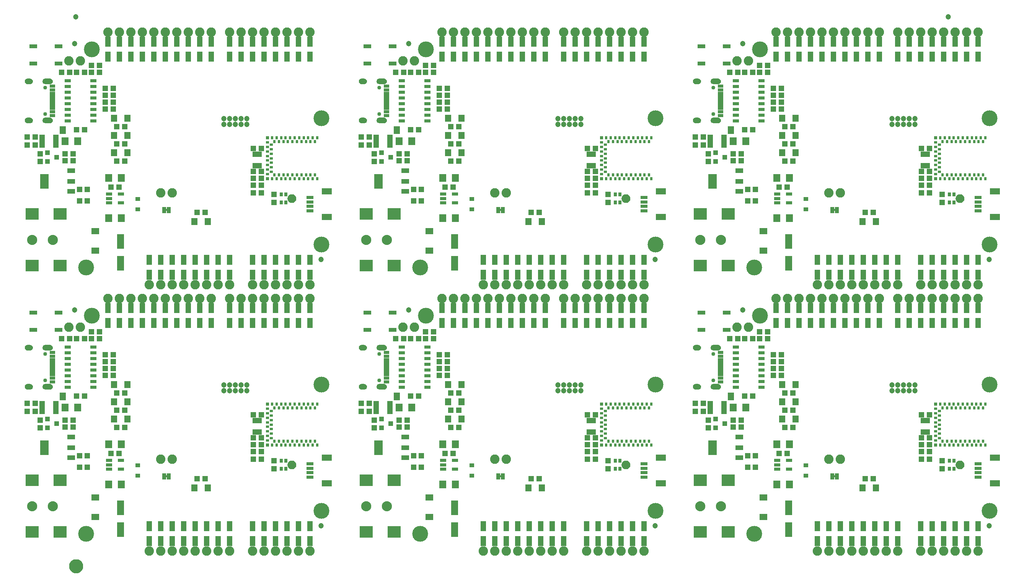
<source format=gts>
G04 EAGLE Gerber RS-274X export*
G75*
%MOMM*%
%FSLAX34Y34*%
%LPD*%
%INSoldermask Top*%
%IPPOS*%
%AMOC8*
5,1,8,0,0,1.08239X$1,22.5*%
G01*
%ADD10R,1.303200X1.203200*%
%ADD11R,1.603200X1.803200*%
%ADD12R,1.603200X3.203200*%
%ADD13R,1.203200X1.303200*%
%ADD14R,1.103200X1.003200*%
%ADD15R,1.727200X1.041400*%
%ADD16R,1.981200X3.327400*%
%ADD17C,3.505200*%
%ADD18C,1.203200*%
%ADD19R,1.203200X2.203200*%
%ADD20R,1.403200X1.603200*%
%ADD21R,1.673200X1.473200*%
%ADD22R,3.003200X2.603200*%
%ADD23C,2.235200*%
%ADD24R,1.403200X0.753200*%
%ADD25R,2.203200X1.403200*%
%ADD26R,1.553200X0.803200*%
%ADD27R,1.219200X0.503200*%
%ADD28R,1.219200X0.803200*%
%ADD29R,1.219200X0.753200*%
%ADD30C,0.853200*%
%ADD31R,1.403200X0.803200*%
%ADD32R,1.727200X0.965200*%
%ADD33R,1.473200X0.838200*%
%ADD34R,1.203200X3.003200*%
%ADD35R,1.033200X0.833200*%
%ADD36C,2.082800*%
%ADD37R,0.838200X1.473200*%
%ADD38R,2.003200X1.203200*%
%ADD39R,0.725200X0.928200*%
%ADD40C,1.003200*%
%ADD41C,0.600000*%
%ADD42R,0.403200X0.703200*%
%ADD43R,0.703200X0.403200*%
%ADD44R,0.603200X0.803200*%
%ADD45R,0.803200X0.803200*%
%ADD46R,0.803200X0.603200*%
%ADD47C,1.270000*%
%ADD48C,1.703200*%

G36*
X60304Y959134D02*
X60304Y959134D01*
X60307Y959131D01*
X61429Y959286D01*
X61434Y959291D01*
X61438Y959288D01*
X62509Y959659D01*
X62513Y959665D01*
X62518Y959663D01*
X63495Y960236D01*
X63498Y960242D01*
X63503Y960241D01*
X64350Y960994D01*
X64352Y961001D01*
X64357Y961001D01*
X65041Y961904D01*
X65041Y961911D01*
X65046Y961912D01*
X65541Y962931D01*
X65539Y962938D01*
X65544Y962940D01*
X65831Y964037D01*
X65829Y964041D01*
X65831Y964042D01*
X65829Y964044D01*
X65832Y964046D01*
X65899Y965177D01*
X65897Y965181D01*
X65899Y965183D01*
X65832Y966314D01*
X65827Y966319D01*
X65831Y966323D01*
X65544Y967420D01*
X65538Y967424D01*
X65541Y967429D01*
X65046Y968448D01*
X65040Y968451D01*
X65041Y968456D01*
X64357Y969359D01*
X64350Y969361D01*
X64350Y969366D01*
X63503Y970119D01*
X63496Y970119D01*
X63495Y970124D01*
X62518Y970697D01*
X62511Y970696D01*
X62509Y970701D01*
X61438Y971072D01*
X61432Y971069D01*
X61429Y971074D01*
X60307Y971229D01*
X60302Y971226D01*
X60300Y971229D01*
X48300Y971229D01*
X48295Y971226D01*
X48292Y971229D01*
X47025Y971024D01*
X47019Y971018D01*
X47015Y971021D01*
X45825Y970539D01*
X45821Y970532D01*
X45815Y970534D01*
X44762Y969800D01*
X44760Y969792D01*
X44754Y969793D01*
X43891Y968843D01*
X43890Y968834D01*
X43885Y968834D01*
X43255Y967715D01*
X43256Y967707D01*
X43250Y967705D01*
X42885Y966475D01*
X42888Y966467D01*
X42883Y966464D01*
X42801Y965183D01*
X42804Y965179D01*
X42801Y965177D01*
X42883Y963896D01*
X42889Y963890D01*
X42885Y963885D01*
X43250Y962655D01*
X43257Y962650D01*
X43255Y962645D01*
X43885Y961526D01*
X43892Y961523D01*
X43891Y961517D01*
X44754Y960567D01*
X44762Y960566D01*
X44762Y960560D01*
X45815Y959826D01*
X45823Y959826D01*
X45825Y959821D01*
X47015Y959339D01*
X47022Y959341D01*
X47025Y959336D01*
X48292Y959131D01*
X48297Y959134D01*
X48300Y959131D01*
X60300Y959131D01*
X60304Y959134D01*
G37*
G36*
X1538584Y959134D02*
X1538584Y959134D01*
X1538587Y959131D01*
X1539709Y959286D01*
X1539714Y959291D01*
X1539718Y959288D01*
X1540789Y959659D01*
X1540793Y959665D01*
X1540798Y959663D01*
X1541775Y960236D01*
X1541778Y960242D01*
X1541783Y960241D01*
X1542630Y960994D01*
X1542632Y961001D01*
X1542637Y961001D01*
X1543321Y961904D01*
X1543321Y961911D01*
X1543326Y961912D01*
X1543821Y962931D01*
X1543819Y962938D01*
X1543824Y962940D01*
X1544111Y964037D01*
X1544109Y964041D01*
X1544111Y964042D01*
X1544109Y964044D01*
X1544112Y964046D01*
X1544179Y965177D01*
X1544177Y965181D01*
X1544179Y965183D01*
X1544112Y966314D01*
X1544107Y966319D01*
X1544111Y966323D01*
X1543824Y967420D01*
X1543818Y967424D01*
X1543821Y967429D01*
X1543326Y968448D01*
X1543320Y968451D01*
X1543321Y968456D01*
X1542637Y969359D01*
X1542630Y969361D01*
X1542630Y969366D01*
X1541783Y970119D01*
X1541776Y970119D01*
X1541775Y970124D01*
X1540798Y970697D01*
X1540791Y970696D01*
X1540789Y970701D01*
X1539718Y971072D01*
X1539712Y971069D01*
X1539709Y971074D01*
X1538587Y971229D01*
X1538582Y971226D01*
X1538580Y971229D01*
X1526580Y971229D01*
X1526575Y971226D01*
X1526572Y971229D01*
X1525305Y971024D01*
X1525299Y971018D01*
X1525295Y971021D01*
X1524105Y970539D01*
X1524101Y970532D01*
X1524095Y970534D01*
X1523042Y969800D01*
X1523040Y969792D01*
X1523034Y969793D01*
X1522171Y968843D01*
X1522170Y968834D01*
X1522165Y968834D01*
X1521535Y967715D01*
X1521536Y967707D01*
X1521530Y967705D01*
X1521165Y966475D01*
X1521168Y966467D01*
X1521163Y966464D01*
X1521081Y965183D01*
X1521084Y965179D01*
X1521081Y965177D01*
X1521163Y963896D01*
X1521169Y963890D01*
X1521165Y963885D01*
X1521530Y962655D01*
X1521537Y962650D01*
X1521535Y962645D01*
X1522165Y961526D01*
X1522172Y961523D01*
X1522171Y961517D01*
X1523034Y960567D01*
X1523042Y960566D01*
X1523042Y960560D01*
X1524095Y959826D01*
X1524103Y959826D01*
X1524105Y959821D01*
X1525295Y959339D01*
X1525302Y959341D01*
X1525305Y959336D01*
X1526572Y959131D01*
X1526577Y959134D01*
X1526580Y959131D01*
X1538580Y959131D01*
X1538584Y959134D01*
G37*
G36*
X799444Y959134D02*
X799444Y959134D01*
X799447Y959131D01*
X800569Y959286D01*
X800574Y959291D01*
X800578Y959288D01*
X801649Y959659D01*
X801653Y959665D01*
X801658Y959663D01*
X802635Y960236D01*
X802638Y960242D01*
X802643Y960241D01*
X803490Y960994D01*
X803492Y961001D01*
X803497Y961001D01*
X804181Y961904D01*
X804181Y961911D01*
X804186Y961912D01*
X804681Y962931D01*
X804679Y962938D01*
X804684Y962940D01*
X804971Y964037D01*
X804969Y964041D01*
X804971Y964042D01*
X804969Y964044D01*
X804972Y964046D01*
X805039Y965177D01*
X805037Y965181D01*
X805039Y965183D01*
X804972Y966314D01*
X804967Y966319D01*
X804971Y966323D01*
X804684Y967420D01*
X804678Y967424D01*
X804681Y967429D01*
X804186Y968448D01*
X804180Y968451D01*
X804181Y968456D01*
X803497Y969359D01*
X803490Y969361D01*
X803490Y969366D01*
X802643Y970119D01*
X802636Y970119D01*
X802635Y970124D01*
X801658Y970697D01*
X801651Y970696D01*
X801649Y970701D01*
X800578Y971072D01*
X800572Y971069D01*
X800569Y971074D01*
X799447Y971229D01*
X799442Y971226D01*
X799440Y971229D01*
X787440Y971229D01*
X787435Y971226D01*
X787432Y971229D01*
X786165Y971024D01*
X786159Y971018D01*
X786155Y971021D01*
X784965Y970539D01*
X784961Y970532D01*
X784955Y970534D01*
X783902Y969800D01*
X783900Y969792D01*
X783894Y969793D01*
X783031Y968843D01*
X783030Y968834D01*
X783025Y968834D01*
X782395Y967715D01*
X782396Y967707D01*
X782390Y967705D01*
X782025Y966475D01*
X782028Y966467D01*
X782023Y966464D01*
X781941Y965183D01*
X781944Y965179D01*
X781941Y965177D01*
X782023Y963896D01*
X782029Y963890D01*
X782025Y963885D01*
X782390Y962655D01*
X782397Y962650D01*
X782395Y962645D01*
X783025Y961526D01*
X783032Y961523D01*
X783031Y961517D01*
X783894Y960567D01*
X783902Y960566D01*
X783902Y960560D01*
X784955Y959826D01*
X784963Y959826D01*
X784965Y959821D01*
X786155Y959339D01*
X786162Y959341D01*
X786165Y959336D01*
X787432Y959131D01*
X787437Y959134D01*
X787440Y959131D01*
X799440Y959131D01*
X799444Y959134D01*
G37*
G36*
X1538584Y1045534D02*
X1538584Y1045534D01*
X1538587Y1045531D01*
X1539709Y1045686D01*
X1539714Y1045691D01*
X1539718Y1045688D01*
X1540789Y1046059D01*
X1540793Y1046065D01*
X1540798Y1046063D01*
X1541775Y1046636D01*
X1541778Y1046642D01*
X1541783Y1046641D01*
X1542630Y1047394D01*
X1542632Y1047401D01*
X1542637Y1047401D01*
X1543321Y1048304D01*
X1543321Y1048311D01*
X1543326Y1048312D01*
X1543821Y1049331D01*
X1543819Y1049338D01*
X1543824Y1049340D01*
X1544111Y1050437D01*
X1544109Y1050441D01*
X1544111Y1050442D01*
X1544109Y1050444D01*
X1544112Y1050446D01*
X1544179Y1051577D01*
X1544177Y1051581D01*
X1544179Y1051583D01*
X1544112Y1052714D01*
X1544107Y1052719D01*
X1544111Y1052723D01*
X1543824Y1053820D01*
X1543818Y1053824D01*
X1543821Y1053829D01*
X1543326Y1054848D01*
X1543320Y1054851D01*
X1543321Y1054856D01*
X1542637Y1055759D01*
X1542630Y1055761D01*
X1542630Y1055766D01*
X1541783Y1056519D01*
X1541776Y1056519D01*
X1541775Y1056524D01*
X1540798Y1057097D01*
X1540791Y1057096D01*
X1540789Y1057101D01*
X1539718Y1057472D01*
X1539712Y1057469D01*
X1539709Y1057474D01*
X1538587Y1057629D01*
X1538582Y1057626D01*
X1538580Y1057629D01*
X1526580Y1057629D01*
X1526575Y1057626D01*
X1526572Y1057629D01*
X1525305Y1057424D01*
X1525299Y1057418D01*
X1525295Y1057421D01*
X1524105Y1056939D01*
X1524101Y1056932D01*
X1524095Y1056934D01*
X1523042Y1056200D01*
X1523040Y1056192D01*
X1523034Y1056193D01*
X1522171Y1055243D01*
X1522170Y1055234D01*
X1522165Y1055234D01*
X1521535Y1054115D01*
X1521536Y1054107D01*
X1521530Y1054105D01*
X1521165Y1052875D01*
X1521168Y1052867D01*
X1521163Y1052864D01*
X1521081Y1051583D01*
X1521084Y1051579D01*
X1521081Y1051577D01*
X1521163Y1050296D01*
X1521169Y1050290D01*
X1521165Y1050285D01*
X1521530Y1049055D01*
X1521537Y1049050D01*
X1521535Y1049045D01*
X1522165Y1047926D01*
X1522172Y1047923D01*
X1522171Y1047917D01*
X1523034Y1046967D01*
X1523042Y1046966D01*
X1523042Y1046960D01*
X1524095Y1046226D01*
X1524103Y1046226D01*
X1524105Y1046221D01*
X1525295Y1045739D01*
X1525302Y1045741D01*
X1525305Y1045736D01*
X1526572Y1045531D01*
X1526577Y1045534D01*
X1526580Y1045531D01*
X1538580Y1045531D01*
X1538584Y1045534D01*
G37*
G36*
X60304Y1045534D02*
X60304Y1045534D01*
X60307Y1045531D01*
X61429Y1045686D01*
X61434Y1045691D01*
X61438Y1045688D01*
X62509Y1046059D01*
X62513Y1046065D01*
X62518Y1046063D01*
X63495Y1046636D01*
X63498Y1046642D01*
X63503Y1046641D01*
X64350Y1047394D01*
X64352Y1047401D01*
X64357Y1047401D01*
X65041Y1048304D01*
X65041Y1048311D01*
X65046Y1048312D01*
X65541Y1049331D01*
X65539Y1049338D01*
X65544Y1049340D01*
X65831Y1050437D01*
X65829Y1050441D01*
X65831Y1050442D01*
X65829Y1050444D01*
X65832Y1050446D01*
X65899Y1051577D01*
X65897Y1051581D01*
X65899Y1051583D01*
X65832Y1052714D01*
X65827Y1052719D01*
X65831Y1052723D01*
X65544Y1053820D01*
X65538Y1053824D01*
X65541Y1053829D01*
X65046Y1054848D01*
X65040Y1054851D01*
X65041Y1054856D01*
X64357Y1055759D01*
X64350Y1055761D01*
X64350Y1055766D01*
X63503Y1056519D01*
X63496Y1056519D01*
X63495Y1056524D01*
X62518Y1057097D01*
X62511Y1057096D01*
X62509Y1057101D01*
X61438Y1057472D01*
X61432Y1057469D01*
X61429Y1057474D01*
X60307Y1057629D01*
X60302Y1057626D01*
X60300Y1057629D01*
X48300Y1057629D01*
X48295Y1057626D01*
X48292Y1057629D01*
X47025Y1057424D01*
X47019Y1057418D01*
X47015Y1057421D01*
X45825Y1056939D01*
X45821Y1056932D01*
X45815Y1056934D01*
X44762Y1056200D01*
X44760Y1056192D01*
X44754Y1056193D01*
X43891Y1055243D01*
X43890Y1055234D01*
X43885Y1055234D01*
X43255Y1054115D01*
X43256Y1054107D01*
X43250Y1054105D01*
X42885Y1052875D01*
X42888Y1052867D01*
X42883Y1052864D01*
X42801Y1051583D01*
X42804Y1051579D01*
X42801Y1051577D01*
X42883Y1050296D01*
X42889Y1050290D01*
X42885Y1050285D01*
X43250Y1049055D01*
X43257Y1049050D01*
X43255Y1049045D01*
X43885Y1047926D01*
X43892Y1047923D01*
X43891Y1047917D01*
X44754Y1046967D01*
X44762Y1046966D01*
X44762Y1046960D01*
X45815Y1046226D01*
X45823Y1046226D01*
X45825Y1046221D01*
X47015Y1045739D01*
X47022Y1045741D01*
X47025Y1045736D01*
X48292Y1045531D01*
X48297Y1045534D01*
X48300Y1045531D01*
X60300Y1045531D01*
X60304Y1045534D01*
G37*
G36*
X799444Y1045534D02*
X799444Y1045534D01*
X799447Y1045531D01*
X800569Y1045686D01*
X800574Y1045691D01*
X800578Y1045688D01*
X801649Y1046059D01*
X801653Y1046065D01*
X801658Y1046063D01*
X802635Y1046636D01*
X802638Y1046642D01*
X802643Y1046641D01*
X803490Y1047394D01*
X803492Y1047401D01*
X803497Y1047401D01*
X804181Y1048304D01*
X804181Y1048311D01*
X804186Y1048312D01*
X804681Y1049331D01*
X804679Y1049338D01*
X804684Y1049340D01*
X804971Y1050437D01*
X804969Y1050441D01*
X804971Y1050442D01*
X804969Y1050444D01*
X804972Y1050446D01*
X805039Y1051577D01*
X805037Y1051581D01*
X805039Y1051583D01*
X804972Y1052714D01*
X804967Y1052719D01*
X804971Y1052723D01*
X804684Y1053820D01*
X804678Y1053824D01*
X804681Y1053829D01*
X804186Y1054848D01*
X804180Y1054851D01*
X804181Y1054856D01*
X803497Y1055759D01*
X803490Y1055761D01*
X803490Y1055766D01*
X802643Y1056519D01*
X802636Y1056519D01*
X802635Y1056524D01*
X801658Y1057097D01*
X801651Y1057096D01*
X801649Y1057101D01*
X800578Y1057472D01*
X800572Y1057469D01*
X800569Y1057474D01*
X799447Y1057629D01*
X799442Y1057626D01*
X799440Y1057629D01*
X787440Y1057629D01*
X787435Y1057626D01*
X787432Y1057629D01*
X786165Y1057424D01*
X786159Y1057418D01*
X786155Y1057421D01*
X784965Y1056939D01*
X784961Y1056932D01*
X784955Y1056934D01*
X783902Y1056200D01*
X783900Y1056192D01*
X783894Y1056193D01*
X783031Y1055243D01*
X783030Y1055234D01*
X783025Y1055234D01*
X782395Y1054115D01*
X782396Y1054107D01*
X782390Y1054105D01*
X782025Y1052875D01*
X782028Y1052867D01*
X782023Y1052864D01*
X781941Y1051583D01*
X781944Y1051579D01*
X781941Y1051577D01*
X782023Y1050296D01*
X782029Y1050290D01*
X782025Y1050285D01*
X782390Y1049055D01*
X782397Y1049050D01*
X782395Y1049045D01*
X783025Y1047926D01*
X783032Y1047923D01*
X783031Y1047917D01*
X783894Y1046967D01*
X783902Y1046966D01*
X783902Y1046960D01*
X784955Y1046226D01*
X784963Y1046226D01*
X784965Y1046221D01*
X786155Y1045739D01*
X786162Y1045741D01*
X786165Y1045736D01*
X787432Y1045531D01*
X787437Y1045534D01*
X787440Y1045531D01*
X799440Y1045531D01*
X799444Y1045534D01*
G37*
G36*
X1538584Y456254D02*
X1538584Y456254D01*
X1538587Y456251D01*
X1539709Y456406D01*
X1539714Y456411D01*
X1539718Y456408D01*
X1540789Y456779D01*
X1540793Y456785D01*
X1540798Y456783D01*
X1541775Y457356D01*
X1541778Y457362D01*
X1541783Y457361D01*
X1542630Y458114D01*
X1542632Y458121D01*
X1542637Y458121D01*
X1543321Y459024D01*
X1543321Y459031D01*
X1543326Y459032D01*
X1543821Y460051D01*
X1543819Y460058D01*
X1543824Y460060D01*
X1544111Y461157D01*
X1544109Y461161D01*
X1544111Y461162D01*
X1544109Y461164D01*
X1544112Y461166D01*
X1544179Y462297D01*
X1544177Y462301D01*
X1544179Y462303D01*
X1544112Y463434D01*
X1544107Y463439D01*
X1544111Y463443D01*
X1543824Y464540D01*
X1543818Y464544D01*
X1543821Y464549D01*
X1543326Y465568D01*
X1543320Y465571D01*
X1543321Y465576D01*
X1542637Y466479D01*
X1542630Y466481D01*
X1542630Y466486D01*
X1541783Y467239D01*
X1541776Y467239D01*
X1541775Y467244D01*
X1540798Y467817D01*
X1540791Y467816D01*
X1540789Y467821D01*
X1539718Y468192D01*
X1539712Y468189D01*
X1539709Y468194D01*
X1538587Y468349D01*
X1538582Y468346D01*
X1538580Y468349D01*
X1526580Y468349D01*
X1526575Y468346D01*
X1526572Y468349D01*
X1525305Y468144D01*
X1525299Y468138D01*
X1525295Y468141D01*
X1524105Y467659D01*
X1524101Y467652D01*
X1524095Y467654D01*
X1523042Y466920D01*
X1523040Y466912D01*
X1523034Y466913D01*
X1522171Y465963D01*
X1522170Y465954D01*
X1522165Y465954D01*
X1521535Y464835D01*
X1521536Y464827D01*
X1521530Y464825D01*
X1521165Y463595D01*
X1521168Y463587D01*
X1521163Y463584D01*
X1521081Y462303D01*
X1521084Y462299D01*
X1521081Y462297D01*
X1521163Y461016D01*
X1521169Y461010D01*
X1521165Y461005D01*
X1521530Y459775D01*
X1521537Y459770D01*
X1521535Y459765D01*
X1522165Y458646D01*
X1522172Y458643D01*
X1522171Y458637D01*
X1523034Y457687D01*
X1523042Y457686D01*
X1523042Y457680D01*
X1524095Y456946D01*
X1524103Y456946D01*
X1524105Y456941D01*
X1525295Y456459D01*
X1525302Y456461D01*
X1525305Y456456D01*
X1526572Y456251D01*
X1526577Y456254D01*
X1526580Y456251D01*
X1538580Y456251D01*
X1538584Y456254D01*
G37*
G36*
X799444Y456254D02*
X799444Y456254D01*
X799447Y456251D01*
X800569Y456406D01*
X800574Y456411D01*
X800578Y456408D01*
X801649Y456779D01*
X801653Y456785D01*
X801658Y456783D01*
X802635Y457356D01*
X802638Y457362D01*
X802643Y457361D01*
X803490Y458114D01*
X803492Y458121D01*
X803497Y458121D01*
X804181Y459024D01*
X804181Y459031D01*
X804186Y459032D01*
X804681Y460051D01*
X804679Y460058D01*
X804684Y460060D01*
X804971Y461157D01*
X804969Y461161D01*
X804971Y461162D01*
X804969Y461164D01*
X804972Y461166D01*
X805039Y462297D01*
X805037Y462301D01*
X805039Y462303D01*
X804972Y463434D01*
X804967Y463439D01*
X804971Y463443D01*
X804684Y464540D01*
X804678Y464544D01*
X804681Y464549D01*
X804186Y465568D01*
X804180Y465571D01*
X804181Y465576D01*
X803497Y466479D01*
X803490Y466481D01*
X803490Y466486D01*
X802643Y467239D01*
X802636Y467239D01*
X802635Y467244D01*
X801658Y467817D01*
X801651Y467816D01*
X801649Y467821D01*
X800578Y468192D01*
X800572Y468189D01*
X800569Y468194D01*
X799447Y468349D01*
X799442Y468346D01*
X799440Y468349D01*
X787440Y468349D01*
X787435Y468346D01*
X787432Y468349D01*
X786165Y468144D01*
X786159Y468138D01*
X786155Y468141D01*
X784965Y467659D01*
X784961Y467652D01*
X784955Y467654D01*
X783902Y466920D01*
X783900Y466912D01*
X783894Y466913D01*
X783031Y465963D01*
X783030Y465954D01*
X783025Y465954D01*
X782395Y464835D01*
X782396Y464827D01*
X782390Y464825D01*
X782025Y463595D01*
X782028Y463587D01*
X782023Y463584D01*
X781941Y462303D01*
X781944Y462299D01*
X781941Y462297D01*
X782023Y461016D01*
X782029Y461010D01*
X782025Y461005D01*
X782390Y459775D01*
X782397Y459770D01*
X782395Y459765D01*
X783025Y458646D01*
X783032Y458643D01*
X783031Y458637D01*
X783894Y457687D01*
X783902Y457686D01*
X783902Y457680D01*
X784955Y456946D01*
X784963Y456946D01*
X784965Y456941D01*
X786155Y456459D01*
X786162Y456461D01*
X786165Y456456D01*
X787432Y456251D01*
X787437Y456254D01*
X787440Y456251D01*
X799440Y456251D01*
X799444Y456254D01*
G37*
G36*
X60304Y456254D02*
X60304Y456254D01*
X60307Y456251D01*
X61429Y456406D01*
X61434Y456411D01*
X61438Y456408D01*
X62509Y456779D01*
X62513Y456785D01*
X62518Y456783D01*
X63495Y457356D01*
X63498Y457362D01*
X63503Y457361D01*
X64350Y458114D01*
X64352Y458121D01*
X64357Y458121D01*
X65041Y459024D01*
X65041Y459031D01*
X65046Y459032D01*
X65541Y460051D01*
X65539Y460058D01*
X65544Y460060D01*
X65831Y461157D01*
X65829Y461161D01*
X65831Y461162D01*
X65829Y461164D01*
X65832Y461166D01*
X65899Y462297D01*
X65897Y462301D01*
X65899Y462303D01*
X65832Y463434D01*
X65827Y463439D01*
X65831Y463443D01*
X65544Y464540D01*
X65538Y464544D01*
X65541Y464549D01*
X65046Y465568D01*
X65040Y465571D01*
X65041Y465576D01*
X64357Y466479D01*
X64350Y466481D01*
X64350Y466486D01*
X63503Y467239D01*
X63496Y467239D01*
X63495Y467244D01*
X62518Y467817D01*
X62511Y467816D01*
X62509Y467821D01*
X61438Y468192D01*
X61432Y468189D01*
X61429Y468194D01*
X60307Y468349D01*
X60302Y468346D01*
X60300Y468349D01*
X48300Y468349D01*
X48295Y468346D01*
X48292Y468349D01*
X47025Y468144D01*
X47019Y468138D01*
X47015Y468141D01*
X45825Y467659D01*
X45821Y467652D01*
X45815Y467654D01*
X44762Y466920D01*
X44760Y466912D01*
X44754Y466913D01*
X43891Y465963D01*
X43890Y465954D01*
X43885Y465954D01*
X43255Y464835D01*
X43256Y464827D01*
X43250Y464825D01*
X42885Y463595D01*
X42888Y463587D01*
X42883Y463584D01*
X42801Y462303D01*
X42804Y462299D01*
X42801Y462297D01*
X42883Y461016D01*
X42889Y461010D01*
X42885Y461005D01*
X43250Y459775D01*
X43257Y459770D01*
X43255Y459765D01*
X43885Y458646D01*
X43892Y458643D01*
X43891Y458637D01*
X44754Y457687D01*
X44762Y457686D01*
X44762Y457680D01*
X45815Y456946D01*
X45823Y456946D01*
X45825Y456941D01*
X47015Y456459D01*
X47022Y456461D01*
X47025Y456456D01*
X48292Y456251D01*
X48297Y456254D01*
X48300Y456251D01*
X60300Y456251D01*
X60304Y456254D01*
G37*
G36*
X799444Y369854D02*
X799444Y369854D01*
X799447Y369851D01*
X800569Y370006D01*
X800574Y370011D01*
X800578Y370008D01*
X801649Y370379D01*
X801653Y370385D01*
X801658Y370383D01*
X802635Y370956D01*
X802638Y370962D01*
X802643Y370961D01*
X803490Y371714D01*
X803492Y371721D01*
X803497Y371721D01*
X804181Y372624D01*
X804181Y372631D01*
X804186Y372632D01*
X804681Y373651D01*
X804679Y373658D01*
X804684Y373660D01*
X804971Y374757D01*
X804969Y374761D01*
X804971Y374762D01*
X804969Y374764D01*
X804972Y374766D01*
X805039Y375897D01*
X805037Y375901D01*
X805039Y375903D01*
X804972Y377034D01*
X804967Y377039D01*
X804971Y377043D01*
X804684Y378140D01*
X804678Y378144D01*
X804681Y378149D01*
X804186Y379168D01*
X804180Y379171D01*
X804181Y379176D01*
X803497Y380079D01*
X803490Y380081D01*
X803490Y380086D01*
X802643Y380839D01*
X802636Y380839D01*
X802635Y380844D01*
X801658Y381417D01*
X801651Y381416D01*
X801649Y381421D01*
X800578Y381792D01*
X800572Y381789D01*
X800569Y381794D01*
X799447Y381949D01*
X799442Y381946D01*
X799440Y381949D01*
X787440Y381949D01*
X787435Y381946D01*
X787432Y381949D01*
X786165Y381744D01*
X786159Y381738D01*
X786155Y381741D01*
X784965Y381259D01*
X784961Y381252D01*
X784955Y381254D01*
X783902Y380520D01*
X783900Y380512D01*
X783894Y380513D01*
X783031Y379563D01*
X783030Y379554D01*
X783025Y379554D01*
X782395Y378435D01*
X782396Y378427D01*
X782390Y378425D01*
X782025Y377195D01*
X782028Y377187D01*
X782023Y377184D01*
X781941Y375903D01*
X781944Y375899D01*
X781941Y375897D01*
X782023Y374616D01*
X782029Y374610D01*
X782025Y374605D01*
X782390Y373375D01*
X782397Y373370D01*
X782395Y373365D01*
X783025Y372246D01*
X783032Y372243D01*
X783031Y372237D01*
X783894Y371287D01*
X783902Y371286D01*
X783902Y371280D01*
X784955Y370546D01*
X784963Y370546D01*
X784965Y370541D01*
X786155Y370059D01*
X786162Y370061D01*
X786165Y370056D01*
X787432Y369851D01*
X787437Y369854D01*
X787440Y369851D01*
X799440Y369851D01*
X799444Y369854D01*
G37*
G36*
X1538584Y369854D02*
X1538584Y369854D01*
X1538587Y369851D01*
X1539709Y370006D01*
X1539714Y370011D01*
X1539718Y370008D01*
X1540789Y370379D01*
X1540793Y370385D01*
X1540798Y370383D01*
X1541775Y370956D01*
X1541778Y370962D01*
X1541783Y370961D01*
X1542630Y371714D01*
X1542632Y371721D01*
X1542637Y371721D01*
X1543321Y372624D01*
X1543321Y372631D01*
X1543326Y372632D01*
X1543821Y373651D01*
X1543819Y373658D01*
X1543824Y373660D01*
X1544111Y374757D01*
X1544109Y374761D01*
X1544111Y374762D01*
X1544109Y374764D01*
X1544112Y374766D01*
X1544179Y375897D01*
X1544177Y375901D01*
X1544179Y375903D01*
X1544112Y377034D01*
X1544107Y377039D01*
X1544111Y377043D01*
X1543824Y378140D01*
X1543818Y378144D01*
X1543821Y378149D01*
X1543326Y379168D01*
X1543320Y379171D01*
X1543321Y379176D01*
X1542637Y380079D01*
X1542630Y380081D01*
X1542630Y380086D01*
X1541783Y380839D01*
X1541776Y380839D01*
X1541775Y380844D01*
X1540798Y381417D01*
X1540791Y381416D01*
X1540789Y381421D01*
X1539718Y381792D01*
X1539712Y381789D01*
X1539709Y381794D01*
X1538587Y381949D01*
X1538582Y381946D01*
X1538580Y381949D01*
X1526580Y381949D01*
X1526575Y381946D01*
X1526572Y381949D01*
X1525305Y381744D01*
X1525299Y381738D01*
X1525295Y381741D01*
X1524105Y381259D01*
X1524101Y381252D01*
X1524095Y381254D01*
X1523042Y380520D01*
X1523040Y380512D01*
X1523034Y380513D01*
X1522171Y379563D01*
X1522170Y379554D01*
X1522165Y379554D01*
X1521535Y378435D01*
X1521536Y378427D01*
X1521530Y378425D01*
X1521165Y377195D01*
X1521168Y377187D01*
X1521163Y377184D01*
X1521081Y375903D01*
X1521084Y375899D01*
X1521081Y375897D01*
X1521163Y374616D01*
X1521169Y374610D01*
X1521165Y374605D01*
X1521530Y373375D01*
X1521537Y373370D01*
X1521535Y373365D01*
X1522165Y372246D01*
X1522172Y372243D01*
X1522171Y372237D01*
X1523034Y371287D01*
X1523042Y371286D01*
X1523042Y371280D01*
X1524095Y370546D01*
X1524103Y370546D01*
X1524105Y370541D01*
X1525295Y370059D01*
X1525302Y370061D01*
X1525305Y370056D01*
X1526572Y369851D01*
X1526577Y369854D01*
X1526580Y369851D01*
X1538580Y369851D01*
X1538584Y369854D01*
G37*
G36*
X60304Y369854D02*
X60304Y369854D01*
X60307Y369851D01*
X61429Y370006D01*
X61434Y370011D01*
X61438Y370008D01*
X62509Y370379D01*
X62513Y370385D01*
X62518Y370383D01*
X63495Y370956D01*
X63498Y370962D01*
X63503Y370961D01*
X64350Y371714D01*
X64352Y371721D01*
X64357Y371721D01*
X65041Y372624D01*
X65041Y372631D01*
X65046Y372632D01*
X65541Y373651D01*
X65539Y373658D01*
X65544Y373660D01*
X65831Y374757D01*
X65829Y374761D01*
X65831Y374762D01*
X65829Y374764D01*
X65832Y374766D01*
X65899Y375897D01*
X65897Y375901D01*
X65899Y375903D01*
X65832Y377034D01*
X65827Y377039D01*
X65831Y377043D01*
X65544Y378140D01*
X65538Y378144D01*
X65541Y378149D01*
X65046Y379168D01*
X65040Y379171D01*
X65041Y379176D01*
X64357Y380079D01*
X64350Y380081D01*
X64350Y380086D01*
X63503Y380839D01*
X63496Y380839D01*
X63495Y380844D01*
X62518Y381417D01*
X62511Y381416D01*
X62509Y381421D01*
X61438Y381792D01*
X61432Y381789D01*
X61429Y381794D01*
X60307Y381949D01*
X60302Y381946D01*
X60300Y381949D01*
X48300Y381949D01*
X48295Y381946D01*
X48292Y381949D01*
X47025Y381744D01*
X47019Y381738D01*
X47015Y381741D01*
X45825Y381259D01*
X45821Y381252D01*
X45815Y381254D01*
X44762Y380520D01*
X44760Y380512D01*
X44754Y380513D01*
X43891Y379563D01*
X43890Y379554D01*
X43885Y379554D01*
X43255Y378435D01*
X43256Y378427D01*
X43250Y378425D01*
X42885Y377195D01*
X42888Y377187D01*
X42883Y377184D01*
X42801Y375903D01*
X42804Y375899D01*
X42801Y375897D01*
X42883Y374616D01*
X42889Y374610D01*
X42885Y374605D01*
X43250Y373375D01*
X43257Y373370D01*
X43255Y373365D01*
X43885Y372246D01*
X43892Y372243D01*
X43891Y372237D01*
X44754Y371287D01*
X44762Y371286D01*
X44762Y371280D01*
X45815Y370546D01*
X45823Y370546D01*
X45825Y370541D01*
X47015Y370059D01*
X47022Y370061D01*
X47025Y370056D01*
X48292Y369851D01*
X48297Y369854D01*
X48300Y369851D01*
X60300Y369851D01*
X60304Y369854D01*
G37*
G36*
X1493783Y959133D02*
X1493783Y959133D01*
X1493785Y959131D01*
X1494961Y959242D01*
X1494966Y959247D01*
X1494970Y959244D01*
X1496102Y959582D01*
X1496106Y959588D01*
X1496111Y959586D01*
X1497155Y960138D01*
X1497158Y960145D01*
X1497163Y960143D01*
X1498079Y960889D01*
X1498080Y960896D01*
X1498086Y960896D01*
X1498839Y961806D01*
X1498839Y961813D01*
X1498844Y961814D01*
X1499405Y962853D01*
X1499404Y962858D01*
X1499408Y962860D01*
X1499407Y962861D01*
X1499409Y962862D01*
X1499756Y963991D01*
X1499756Y963992D01*
X1499757Y963993D01*
X1499754Y963997D01*
X1499758Y964000D01*
X1499879Y965175D01*
X1499875Y965182D01*
X1499879Y965186D01*
X1499722Y966526D01*
X1499717Y966532D01*
X1499720Y966537D01*
X1499269Y967808D01*
X1499262Y967813D01*
X1499264Y967818D01*
X1498542Y968957D01*
X1498534Y968960D01*
X1498535Y968966D01*
X1497577Y969916D01*
X1497569Y969917D01*
X1497568Y969923D01*
X1496423Y970636D01*
X1496415Y970635D01*
X1496413Y970641D01*
X1495137Y971081D01*
X1495130Y971079D01*
X1495127Y971083D01*
X1493785Y971229D01*
X1493782Y971227D01*
X1493780Y971229D01*
X1487780Y971229D01*
X1487777Y971227D01*
X1487774Y971229D01*
X1486445Y971074D01*
X1486439Y971068D01*
X1486435Y971071D01*
X1485174Y970624D01*
X1485169Y970617D01*
X1485164Y970619D01*
X1484034Y969902D01*
X1484031Y969895D01*
X1484025Y969896D01*
X1483083Y968946D01*
X1483082Y968937D01*
X1483076Y968937D01*
X1482369Y967801D01*
X1482370Y967793D01*
X1482364Y967791D01*
X1481928Y966526D01*
X1481930Y966518D01*
X1481925Y966516D01*
X1481781Y965185D01*
X1481785Y965179D01*
X1481781Y965175D01*
X1481891Y964009D01*
X1481896Y964004D01*
X1481893Y964000D01*
X1482228Y962877D01*
X1482234Y962873D01*
X1482232Y962869D01*
X1482780Y961833D01*
X1482786Y961830D01*
X1482785Y961825D01*
X1483524Y960917D01*
X1483531Y960915D01*
X1483531Y960910D01*
X1484433Y960163D01*
X1484441Y960163D01*
X1484441Y960158D01*
X1485472Y959601D01*
X1485479Y959602D01*
X1485481Y959597D01*
X1486600Y959253D01*
X1486607Y959255D01*
X1486610Y959251D01*
X1487775Y959131D01*
X1487778Y959133D01*
X1487780Y959131D01*
X1493780Y959131D01*
X1493783Y959133D01*
G37*
G36*
X15503Y959133D02*
X15503Y959133D01*
X15505Y959131D01*
X16681Y959242D01*
X16686Y959247D01*
X16690Y959244D01*
X17822Y959582D01*
X17826Y959588D01*
X17831Y959586D01*
X18875Y960138D01*
X18878Y960145D01*
X18883Y960143D01*
X19799Y960889D01*
X19800Y960896D01*
X19806Y960896D01*
X20559Y961806D01*
X20559Y961813D01*
X20564Y961814D01*
X21125Y962853D01*
X21124Y962858D01*
X21128Y962860D01*
X21127Y962861D01*
X21129Y962862D01*
X21476Y963991D01*
X21476Y963992D01*
X21477Y963993D01*
X21474Y963997D01*
X21478Y964000D01*
X21599Y965175D01*
X21595Y965182D01*
X21599Y965186D01*
X21442Y966526D01*
X21437Y966532D01*
X21440Y966537D01*
X20989Y967808D01*
X20982Y967813D01*
X20984Y967818D01*
X20262Y968957D01*
X20254Y968960D01*
X20255Y968966D01*
X19297Y969916D01*
X19289Y969917D01*
X19288Y969923D01*
X18143Y970636D01*
X18135Y970635D01*
X18133Y970641D01*
X16857Y971081D01*
X16850Y971079D01*
X16847Y971083D01*
X15505Y971229D01*
X15502Y971227D01*
X15500Y971229D01*
X9500Y971229D01*
X9497Y971227D01*
X9494Y971229D01*
X8165Y971074D01*
X8159Y971068D01*
X8155Y971071D01*
X6894Y970624D01*
X6889Y970617D01*
X6884Y970619D01*
X5754Y969902D01*
X5751Y969895D01*
X5745Y969896D01*
X4803Y968946D01*
X4802Y968937D01*
X4796Y968937D01*
X4089Y967801D01*
X4090Y967793D01*
X4084Y967791D01*
X3648Y966526D01*
X3650Y966518D01*
X3645Y966516D01*
X3501Y965185D01*
X3505Y965179D01*
X3501Y965175D01*
X3611Y964009D01*
X3616Y964004D01*
X3613Y964000D01*
X3948Y962877D01*
X3954Y962873D01*
X3952Y962869D01*
X4500Y961833D01*
X4506Y961830D01*
X4505Y961825D01*
X5244Y960917D01*
X5251Y960915D01*
X5251Y960910D01*
X6153Y960163D01*
X6161Y960163D01*
X6161Y960158D01*
X7192Y959601D01*
X7199Y959602D01*
X7201Y959597D01*
X8320Y959253D01*
X8327Y959255D01*
X8330Y959251D01*
X9495Y959131D01*
X9498Y959133D01*
X9500Y959131D01*
X15500Y959131D01*
X15503Y959133D01*
G37*
G36*
X754643Y959133D02*
X754643Y959133D01*
X754645Y959131D01*
X755821Y959242D01*
X755826Y959247D01*
X755830Y959244D01*
X756962Y959582D01*
X756966Y959588D01*
X756971Y959586D01*
X758015Y960138D01*
X758018Y960145D01*
X758023Y960143D01*
X758939Y960889D01*
X758940Y960896D01*
X758946Y960896D01*
X759699Y961806D01*
X759699Y961813D01*
X759704Y961814D01*
X760265Y962853D01*
X760264Y962858D01*
X760268Y962860D01*
X760267Y962861D01*
X760269Y962862D01*
X760616Y963991D01*
X760616Y963992D01*
X760617Y963993D01*
X760614Y963997D01*
X760618Y964000D01*
X760739Y965175D01*
X760735Y965182D01*
X760739Y965186D01*
X760582Y966526D01*
X760577Y966532D01*
X760580Y966537D01*
X760129Y967808D01*
X760122Y967813D01*
X760124Y967818D01*
X759402Y968957D01*
X759394Y968960D01*
X759395Y968966D01*
X758437Y969916D01*
X758429Y969917D01*
X758428Y969923D01*
X757283Y970636D01*
X757275Y970635D01*
X757273Y970641D01*
X755997Y971081D01*
X755990Y971079D01*
X755987Y971083D01*
X754645Y971229D01*
X754642Y971227D01*
X754640Y971229D01*
X748640Y971229D01*
X748637Y971227D01*
X748634Y971229D01*
X747305Y971074D01*
X747299Y971068D01*
X747295Y971071D01*
X746034Y970624D01*
X746029Y970617D01*
X746024Y970619D01*
X744894Y969902D01*
X744891Y969895D01*
X744885Y969896D01*
X743943Y968946D01*
X743942Y968937D01*
X743936Y968937D01*
X743229Y967801D01*
X743230Y967793D01*
X743224Y967791D01*
X742788Y966526D01*
X742790Y966518D01*
X742785Y966516D01*
X742641Y965185D01*
X742645Y965179D01*
X742641Y965175D01*
X742751Y964009D01*
X742756Y964004D01*
X742753Y964000D01*
X743088Y962877D01*
X743094Y962873D01*
X743092Y962869D01*
X743640Y961833D01*
X743646Y961830D01*
X743645Y961825D01*
X744384Y960917D01*
X744391Y960915D01*
X744391Y960910D01*
X745293Y960163D01*
X745301Y960163D01*
X745301Y960158D01*
X746332Y959601D01*
X746339Y959602D01*
X746341Y959597D01*
X747460Y959253D01*
X747467Y959255D01*
X747470Y959251D01*
X748635Y959131D01*
X748638Y959133D01*
X748640Y959131D01*
X754640Y959131D01*
X754643Y959133D01*
G37*
G36*
X754643Y1045533D02*
X754643Y1045533D01*
X754645Y1045531D01*
X755821Y1045642D01*
X755826Y1045647D01*
X755830Y1045644D01*
X756962Y1045982D01*
X756966Y1045988D01*
X756971Y1045986D01*
X758015Y1046538D01*
X758018Y1046545D01*
X758023Y1046543D01*
X758939Y1047289D01*
X758940Y1047296D01*
X758946Y1047296D01*
X759699Y1048206D01*
X759699Y1048213D01*
X759704Y1048214D01*
X760265Y1049253D01*
X760264Y1049258D01*
X760268Y1049260D01*
X760267Y1049261D01*
X760269Y1049262D01*
X760616Y1050391D01*
X760616Y1050392D01*
X760617Y1050393D01*
X760614Y1050397D01*
X760618Y1050400D01*
X760739Y1051575D01*
X760735Y1051582D01*
X760739Y1051586D01*
X760582Y1052926D01*
X760577Y1052932D01*
X760580Y1052937D01*
X760129Y1054208D01*
X760122Y1054213D01*
X760124Y1054218D01*
X759402Y1055357D01*
X759394Y1055360D01*
X759395Y1055366D01*
X758437Y1056316D01*
X758429Y1056317D01*
X758428Y1056323D01*
X757283Y1057036D01*
X757275Y1057035D01*
X757273Y1057041D01*
X755997Y1057481D01*
X755990Y1057479D01*
X755987Y1057483D01*
X754645Y1057629D01*
X754642Y1057627D01*
X754640Y1057629D01*
X748640Y1057629D01*
X748637Y1057627D01*
X748634Y1057629D01*
X747305Y1057474D01*
X747299Y1057468D01*
X747295Y1057471D01*
X746034Y1057024D01*
X746029Y1057017D01*
X746024Y1057019D01*
X744894Y1056302D01*
X744891Y1056295D01*
X744885Y1056296D01*
X743943Y1055346D01*
X743942Y1055337D01*
X743936Y1055337D01*
X743229Y1054201D01*
X743230Y1054193D01*
X743224Y1054191D01*
X742788Y1052926D01*
X742790Y1052918D01*
X742785Y1052916D01*
X742641Y1051585D01*
X742645Y1051579D01*
X742641Y1051575D01*
X742751Y1050409D01*
X742756Y1050404D01*
X742753Y1050400D01*
X743088Y1049277D01*
X743094Y1049273D01*
X743092Y1049269D01*
X743640Y1048233D01*
X743646Y1048230D01*
X743645Y1048225D01*
X744384Y1047317D01*
X744391Y1047315D01*
X744391Y1047310D01*
X745293Y1046563D01*
X745301Y1046563D01*
X745301Y1046558D01*
X746332Y1046001D01*
X746339Y1046002D01*
X746341Y1045997D01*
X747460Y1045653D01*
X747467Y1045655D01*
X747470Y1045651D01*
X748635Y1045531D01*
X748638Y1045533D01*
X748640Y1045531D01*
X754640Y1045531D01*
X754643Y1045533D01*
G37*
G36*
X1493783Y1045533D02*
X1493783Y1045533D01*
X1493785Y1045531D01*
X1494961Y1045642D01*
X1494966Y1045647D01*
X1494970Y1045644D01*
X1496102Y1045982D01*
X1496106Y1045988D01*
X1496111Y1045986D01*
X1497155Y1046538D01*
X1497158Y1046545D01*
X1497163Y1046543D01*
X1498079Y1047289D01*
X1498080Y1047296D01*
X1498086Y1047296D01*
X1498839Y1048206D01*
X1498839Y1048213D01*
X1498844Y1048214D01*
X1499405Y1049253D01*
X1499404Y1049258D01*
X1499408Y1049260D01*
X1499407Y1049261D01*
X1499409Y1049262D01*
X1499756Y1050391D01*
X1499756Y1050392D01*
X1499757Y1050393D01*
X1499754Y1050397D01*
X1499758Y1050400D01*
X1499879Y1051575D01*
X1499875Y1051582D01*
X1499879Y1051586D01*
X1499722Y1052926D01*
X1499717Y1052932D01*
X1499720Y1052937D01*
X1499269Y1054208D01*
X1499262Y1054213D01*
X1499264Y1054218D01*
X1498542Y1055357D01*
X1498534Y1055360D01*
X1498535Y1055366D01*
X1497577Y1056316D01*
X1497569Y1056317D01*
X1497568Y1056323D01*
X1496423Y1057036D01*
X1496415Y1057035D01*
X1496413Y1057041D01*
X1495137Y1057481D01*
X1495130Y1057479D01*
X1495127Y1057483D01*
X1493785Y1057629D01*
X1493782Y1057627D01*
X1493780Y1057629D01*
X1487780Y1057629D01*
X1487777Y1057627D01*
X1487774Y1057629D01*
X1486445Y1057474D01*
X1486439Y1057468D01*
X1486435Y1057471D01*
X1485174Y1057024D01*
X1485169Y1057017D01*
X1485164Y1057019D01*
X1484034Y1056302D01*
X1484031Y1056295D01*
X1484025Y1056296D01*
X1483083Y1055346D01*
X1483082Y1055337D01*
X1483076Y1055337D01*
X1482369Y1054201D01*
X1482370Y1054193D01*
X1482364Y1054191D01*
X1481928Y1052926D01*
X1481930Y1052918D01*
X1481925Y1052916D01*
X1481781Y1051585D01*
X1481785Y1051579D01*
X1481781Y1051575D01*
X1481891Y1050409D01*
X1481896Y1050404D01*
X1481893Y1050400D01*
X1482228Y1049277D01*
X1482234Y1049273D01*
X1482232Y1049269D01*
X1482780Y1048233D01*
X1482786Y1048230D01*
X1482785Y1048225D01*
X1483524Y1047317D01*
X1483531Y1047315D01*
X1483531Y1047310D01*
X1484433Y1046563D01*
X1484441Y1046563D01*
X1484441Y1046558D01*
X1485472Y1046001D01*
X1485479Y1046002D01*
X1485481Y1045997D01*
X1486600Y1045653D01*
X1486607Y1045655D01*
X1486610Y1045651D01*
X1487775Y1045531D01*
X1487778Y1045533D01*
X1487780Y1045531D01*
X1493780Y1045531D01*
X1493783Y1045533D01*
G37*
G36*
X15503Y1045533D02*
X15503Y1045533D01*
X15505Y1045531D01*
X16681Y1045642D01*
X16686Y1045647D01*
X16690Y1045644D01*
X17822Y1045982D01*
X17826Y1045988D01*
X17831Y1045986D01*
X18875Y1046538D01*
X18878Y1046545D01*
X18883Y1046543D01*
X19799Y1047289D01*
X19800Y1047296D01*
X19806Y1047296D01*
X20559Y1048206D01*
X20559Y1048213D01*
X20564Y1048214D01*
X21125Y1049253D01*
X21124Y1049258D01*
X21128Y1049260D01*
X21127Y1049261D01*
X21129Y1049262D01*
X21476Y1050391D01*
X21476Y1050392D01*
X21477Y1050393D01*
X21474Y1050397D01*
X21478Y1050400D01*
X21599Y1051575D01*
X21595Y1051582D01*
X21599Y1051586D01*
X21442Y1052926D01*
X21437Y1052932D01*
X21440Y1052937D01*
X20989Y1054208D01*
X20982Y1054213D01*
X20984Y1054218D01*
X20262Y1055357D01*
X20254Y1055360D01*
X20255Y1055366D01*
X19297Y1056316D01*
X19289Y1056317D01*
X19288Y1056323D01*
X18143Y1057036D01*
X18135Y1057035D01*
X18133Y1057041D01*
X16857Y1057481D01*
X16850Y1057479D01*
X16847Y1057483D01*
X15505Y1057629D01*
X15502Y1057627D01*
X15500Y1057629D01*
X9500Y1057629D01*
X9497Y1057627D01*
X9494Y1057629D01*
X8165Y1057474D01*
X8159Y1057468D01*
X8155Y1057471D01*
X6894Y1057024D01*
X6889Y1057017D01*
X6884Y1057019D01*
X5754Y1056302D01*
X5751Y1056295D01*
X5745Y1056296D01*
X4803Y1055346D01*
X4802Y1055337D01*
X4796Y1055337D01*
X4089Y1054201D01*
X4090Y1054193D01*
X4084Y1054191D01*
X3648Y1052926D01*
X3650Y1052918D01*
X3645Y1052916D01*
X3501Y1051585D01*
X3505Y1051579D01*
X3501Y1051575D01*
X3611Y1050409D01*
X3616Y1050404D01*
X3613Y1050400D01*
X3948Y1049277D01*
X3954Y1049273D01*
X3952Y1049269D01*
X4500Y1048233D01*
X4506Y1048230D01*
X4505Y1048225D01*
X5244Y1047317D01*
X5251Y1047315D01*
X5251Y1047310D01*
X6153Y1046563D01*
X6161Y1046563D01*
X6161Y1046558D01*
X7192Y1046001D01*
X7199Y1046002D01*
X7201Y1045997D01*
X8320Y1045653D01*
X8327Y1045655D01*
X8330Y1045651D01*
X9495Y1045531D01*
X9498Y1045533D01*
X9500Y1045531D01*
X15500Y1045531D01*
X15503Y1045533D01*
G37*
G36*
X15503Y456253D02*
X15503Y456253D01*
X15505Y456251D01*
X16681Y456362D01*
X16686Y456367D01*
X16690Y456364D01*
X17822Y456702D01*
X17826Y456708D01*
X17831Y456706D01*
X18875Y457258D01*
X18878Y457265D01*
X18883Y457263D01*
X19799Y458009D01*
X19800Y458016D01*
X19806Y458016D01*
X20559Y458926D01*
X20559Y458933D01*
X20564Y458934D01*
X21125Y459973D01*
X21124Y459978D01*
X21128Y459980D01*
X21127Y459981D01*
X21129Y459982D01*
X21476Y461111D01*
X21476Y461112D01*
X21477Y461113D01*
X21474Y461117D01*
X21478Y461120D01*
X21599Y462295D01*
X21595Y462302D01*
X21599Y462306D01*
X21442Y463646D01*
X21437Y463652D01*
X21440Y463657D01*
X20989Y464928D01*
X20982Y464933D01*
X20984Y464938D01*
X20262Y466077D01*
X20254Y466080D01*
X20255Y466086D01*
X19297Y467036D01*
X19289Y467037D01*
X19288Y467043D01*
X18143Y467756D01*
X18135Y467755D01*
X18133Y467761D01*
X16857Y468201D01*
X16850Y468199D01*
X16847Y468203D01*
X15505Y468349D01*
X15502Y468347D01*
X15500Y468349D01*
X9500Y468349D01*
X9497Y468347D01*
X9494Y468349D01*
X8165Y468194D01*
X8159Y468188D01*
X8155Y468191D01*
X6894Y467744D01*
X6889Y467737D01*
X6884Y467739D01*
X5754Y467022D01*
X5751Y467015D01*
X5745Y467016D01*
X4803Y466066D01*
X4802Y466057D01*
X4796Y466057D01*
X4089Y464921D01*
X4090Y464913D01*
X4084Y464911D01*
X3648Y463646D01*
X3650Y463638D01*
X3645Y463636D01*
X3501Y462305D01*
X3505Y462299D01*
X3501Y462295D01*
X3611Y461129D01*
X3616Y461124D01*
X3613Y461120D01*
X3948Y459997D01*
X3954Y459993D01*
X3952Y459989D01*
X4500Y458953D01*
X4506Y458950D01*
X4505Y458945D01*
X5244Y458037D01*
X5251Y458035D01*
X5251Y458030D01*
X6153Y457283D01*
X6161Y457283D01*
X6161Y457278D01*
X7192Y456721D01*
X7199Y456722D01*
X7201Y456717D01*
X8320Y456373D01*
X8327Y456375D01*
X8330Y456371D01*
X9495Y456251D01*
X9498Y456253D01*
X9500Y456251D01*
X15500Y456251D01*
X15503Y456253D01*
G37*
G36*
X1493783Y456253D02*
X1493783Y456253D01*
X1493785Y456251D01*
X1494961Y456362D01*
X1494966Y456367D01*
X1494970Y456364D01*
X1496102Y456702D01*
X1496106Y456708D01*
X1496111Y456706D01*
X1497155Y457258D01*
X1497158Y457265D01*
X1497163Y457263D01*
X1498079Y458009D01*
X1498080Y458016D01*
X1498086Y458016D01*
X1498839Y458926D01*
X1498839Y458933D01*
X1498844Y458934D01*
X1499405Y459973D01*
X1499404Y459978D01*
X1499408Y459980D01*
X1499407Y459981D01*
X1499409Y459982D01*
X1499756Y461111D01*
X1499756Y461112D01*
X1499757Y461113D01*
X1499754Y461117D01*
X1499758Y461120D01*
X1499879Y462295D01*
X1499875Y462302D01*
X1499879Y462306D01*
X1499722Y463646D01*
X1499717Y463652D01*
X1499720Y463657D01*
X1499269Y464928D01*
X1499262Y464933D01*
X1499264Y464938D01*
X1498542Y466077D01*
X1498534Y466080D01*
X1498535Y466086D01*
X1497577Y467036D01*
X1497569Y467037D01*
X1497568Y467043D01*
X1496423Y467756D01*
X1496415Y467755D01*
X1496413Y467761D01*
X1495137Y468201D01*
X1495130Y468199D01*
X1495127Y468203D01*
X1493785Y468349D01*
X1493782Y468347D01*
X1493780Y468349D01*
X1487780Y468349D01*
X1487777Y468347D01*
X1487774Y468349D01*
X1486445Y468194D01*
X1486439Y468188D01*
X1486435Y468191D01*
X1485174Y467744D01*
X1485169Y467737D01*
X1485164Y467739D01*
X1484034Y467022D01*
X1484031Y467015D01*
X1484025Y467016D01*
X1483083Y466066D01*
X1483082Y466057D01*
X1483076Y466057D01*
X1482369Y464921D01*
X1482370Y464913D01*
X1482364Y464911D01*
X1481928Y463646D01*
X1481930Y463638D01*
X1481925Y463636D01*
X1481781Y462305D01*
X1481785Y462299D01*
X1481781Y462295D01*
X1481891Y461129D01*
X1481896Y461124D01*
X1481893Y461120D01*
X1482228Y459997D01*
X1482234Y459993D01*
X1482232Y459989D01*
X1482780Y458953D01*
X1482786Y458950D01*
X1482785Y458945D01*
X1483524Y458037D01*
X1483531Y458035D01*
X1483531Y458030D01*
X1484433Y457283D01*
X1484441Y457283D01*
X1484441Y457278D01*
X1485472Y456721D01*
X1485479Y456722D01*
X1485481Y456717D01*
X1486600Y456373D01*
X1486607Y456375D01*
X1486610Y456371D01*
X1487775Y456251D01*
X1487778Y456253D01*
X1487780Y456251D01*
X1493780Y456251D01*
X1493783Y456253D01*
G37*
G36*
X754643Y456253D02*
X754643Y456253D01*
X754645Y456251D01*
X755821Y456362D01*
X755826Y456367D01*
X755830Y456364D01*
X756962Y456702D01*
X756966Y456708D01*
X756971Y456706D01*
X758015Y457258D01*
X758018Y457265D01*
X758023Y457263D01*
X758939Y458009D01*
X758940Y458016D01*
X758946Y458016D01*
X759699Y458926D01*
X759699Y458933D01*
X759704Y458934D01*
X760265Y459973D01*
X760264Y459978D01*
X760268Y459980D01*
X760267Y459981D01*
X760269Y459982D01*
X760616Y461111D01*
X760616Y461112D01*
X760617Y461113D01*
X760614Y461117D01*
X760618Y461120D01*
X760739Y462295D01*
X760735Y462302D01*
X760739Y462306D01*
X760582Y463646D01*
X760577Y463652D01*
X760580Y463657D01*
X760129Y464928D01*
X760122Y464933D01*
X760124Y464938D01*
X759402Y466077D01*
X759394Y466080D01*
X759395Y466086D01*
X758437Y467036D01*
X758429Y467037D01*
X758428Y467043D01*
X757283Y467756D01*
X757275Y467755D01*
X757273Y467761D01*
X755997Y468201D01*
X755990Y468199D01*
X755987Y468203D01*
X754645Y468349D01*
X754642Y468347D01*
X754640Y468349D01*
X748640Y468349D01*
X748637Y468347D01*
X748634Y468349D01*
X747305Y468194D01*
X747299Y468188D01*
X747295Y468191D01*
X746034Y467744D01*
X746029Y467737D01*
X746024Y467739D01*
X744894Y467022D01*
X744891Y467015D01*
X744885Y467016D01*
X743943Y466066D01*
X743942Y466057D01*
X743936Y466057D01*
X743229Y464921D01*
X743230Y464913D01*
X743224Y464911D01*
X742788Y463646D01*
X742790Y463638D01*
X742785Y463636D01*
X742641Y462305D01*
X742645Y462299D01*
X742641Y462295D01*
X742751Y461129D01*
X742756Y461124D01*
X742753Y461120D01*
X743088Y459997D01*
X743094Y459993D01*
X743092Y459989D01*
X743640Y458953D01*
X743646Y458950D01*
X743645Y458945D01*
X744384Y458037D01*
X744391Y458035D01*
X744391Y458030D01*
X745293Y457283D01*
X745301Y457283D01*
X745301Y457278D01*
X746332Y456721D01*
X746339Y456722D01*
X746341Y456717D01*
X747460Y456373D01*
X747467Y456375D01*
X747470Y456371D01*
X748635Y456251D01*
X748638Y456253D01*
X748640Y456251D01*
X754640Y456251D01*
X754643Y456253D01*
G37*
G36*
X754643Y369853D02*
X754643Y369853D01*
X754645Y369851D01*
X755821Y369962D01*
X755826Y369967D01*
X755830Y369964D01*
X756962Y370302D01*
X756966Y370308D01*
X756971Y370306D01*
X758015Y370858D01*
X758018Y370865D01*
X758023Y370863D01*
X758939Y371609D01*
X758940Y371616D01*
X758946Y371616D01*
X759699Y372526D01*
X759699Y372533D01*
X759704Y372534D01*
X760265Y373573D01*
X760264Y373578D01*
X760268Y373580D01*
X760267Y373581D01*
X760269Y373582D01*
X760616Y374711D01*
X760616Y374712D01*
X760617Y374713D01*
X760614Y374717D01*
X760618Y374720D01*
X760739Y375895D01*
X760735Y375902D01*
X760739Y375906D01*
X760582Y377246D01*
X760577Y377252D01*
X760580Y377257D01*
X760129Y378528D01*
X760122Y378533D01*
X760124Y378538D01*
X759402Y379677D01*
X759394Y379680D01*
X759395Y379686D01*
X758437Y380636D01*
X758429Y380637D01*
X758428Y380643D01*
X757283Y381356D01*
X757275Y381355D01*
X757273Y381361D01*
X755997Y381801D01*
X755990Y381799D01*
X755987Y381803D01*
X754645Y381949D01*
X754642Y381947D01*
X754640Y381949D01*
X748640Y381949D01*
X748637Y381947D01*
X748634Y381949D01*
X747305Y381794D01*
X747299Y381788D01*
X747295Y381791D01*
X746034Y381344D01*
X746029Y381337D01*
X746024Y381339D01*
X744894Y380622D01*
X744891Y380615D01*
X744885Y380616D01*
X743943Y379666D01*
X743942Y379657D01*
X743936Y379657D01*
X743229Y378521D01*
X743230Y378513D01*
X743224Y378511D01*
X742788Y377246D01*
X742790Y377238D01*
X742785Y377236D01*
X742641Y375905D01*
X742645Y375899D01*
X742641Y375895D01*
X742751Y374729D01*
X742756Y374724D01*
X742753Y374720D01*
X743088Y373597D01*
X743094Y373593D01*
X743092Y373589D01*
X743640Y372553D01*
X743646Y372550D01*
X743645Y372545D01*
X744384Y371637D01*
X744391Y371635D01*
X744391Y371630D01*
X745293Y370883D01*
X745301Y370883D01*
X745301Y370878D01*
X746332Y370321D01*
X746339Y370322D01*
X746341Y370317D01*
X747460Y369973D01*
X747467Y369975D01*
X747470Y369971D01*
X748635Y369851D01*
X748638Y369853D01*
X748640Y369851D01*
X754640Y369851D01*
X754643Y369853D01*
G37*
G36*
X15503Y369853D02*
X15503Y369853D01*
X15505Y369851D01*
X16681Y369962D01*
X16686Y369967D01*
X16690Y369964D01*
X17822Y370302D01*
X17826Y370308D01*
X17831Y370306D01*
X18875Y370858D01*
X18878Y370865D01*
X18883Y370863D01*
X19799Y371609D01*
X19800Y371616D01*
X19806Y371616D01*
X20559Y372526D01*
X20559Y372533D01*
X20564Y372534D01*
X21125Y373573D01*
X21124Y373578D01*
X21128Y373580D01*
X21127Y373581D01*
X21129Y373582D01*
X21476Y374711D01*
X21476Y374712D01*
X21477Y374713D01*
X21474Y374717D01*
X21478Y374720D01*
X21599Y375895D01*
X21595Y375902D01*
X21599Y375906D01*
X21442Y377246D01*
X21437Y377252D01*
X21440Y377257D01*
X20989Y378528D01*
X20982Y378533D01*
X20984Y378538D01*
X20262Y379677D01*
X20254Y379680D01*
X20255Y379686D01*
X19297Y380636D01*
X19289Y380637D01*
X19288Y380643D01*
X18143Y381356D01*
X18135Y381355D01*
X18133Y381361D01*
X16857Y381801D01*
X16850Y381799D01*
X16847Y381803D01*
X15505Y381949D01*
X15502Y381947D01*
X15500Y381949D01*
X9500Y381949D01*
X9497Y381947D01*
X9494Y381949D01*
X8165Y381794D01*
X8159Y381788D01*
X8155Y381791D01*
X6894Y381344D01*
X6889Y381337D01*
X6884Y381339D01*
X5754Y380622D01*
X5751Y380615D01*
X5745Y380616D01*
X4803Y379666D01*
X4802Y379657D01*
X4796Y379657D01*
X4089Y378521D01*
X4090Y378513D01*
X4084Y378511D01*
X3648Y377246D01*
X3650Y377238D01*
X3645Y377236D01*
X3501Y375905D01*
X3505Y375899D01*
X3501Y375895D01*
X3611Y374729D01*
X3616Y374724D01*
X3613Y374720D01*
X3948Y373597D01*
X3954Y373593D01*
X3952Y373589D01*
X4500Y372553D01*
X4506Y372550D01*
X4505Y372545D01*
X5244Y371637D01*
X5251Y371635D01*
X5251Y371630D01*
X6153Y370883D01*
X6161Y370883D01*
X6161Y370878D01*
X7192Y370321D01*
X7199Y370322D01*
X7201Y370317D01*
X8320Y369973D01*
X8327Y369975D01*
X8330Y369971D01*
X9495Y369851D01*
X9498Y369853D01*
X9500Y369851D01*
X15500Y369851D01*
X15503Y369853D01*
G37*
G36*
X1493783Y369853D02*
X1493783Y369853D01*
X1493785Y369851D01*
X1494961Y369962D01*
X1494966Y369967D01*
X1494970Y369964D01*
X1496102Y370302D01*
X1496106Y370308D01*
X1496111Y370306D01*
X1497155Y370858D01*
X1497158Y370865D01*
X1497163Y370863D01*
X1498079Y371609D01*
X1498080Y371616D01*
X1498086Y371616D01*
X1498839Y372526D01*
X1498839Y372533D01*
X1498844Y372534D01*
X1499405Y373573D01*
X1499404Y373578D01*
X1499408Y373580D01*
X1499407Y373581D01*
X1499409Y373582D01*
X1499756Y374711D01*
X1499756Y374712D01*
X1499757Y374713D01*
X1499754Y374717D01*
X1499758Y374720D01*
X1499879Y375895D01*
X1499875Y375902D01*
X1499879Y375906D01*
X1499722Y377246D01*
X1499717Y377252D01*
X1499720Y377257D01*
X1499269Y378528D01*
X1499262Y378533D01*
X1499264Y378538D01*
X1498542Y379677D01*
X1498534Y379680D01*
X1498535Y379686D01*
X1497577Y380636D01*
X1497569Y380637D01*
X1497568Y380643D01*
X1496423Y381356D01*
X1496415Y381355D01*
X1496413Y381361D01*
X1495137Y381801D01*
X1495130Y381799D01*
X1495127Y381803D01*
X1493785Y381949D01*
X1493782Y381947D01*
X1493780Y381949D01*
X1487780Y381949D01*
X1487777Y381947D01*
X1487774Y381949D01*
X1486445Y381794D01*
X1486439Y381788D01*
X1486435Y381791D01*
X1485174Y381344D01*
X1485169Y381337D01*
X1485164Y381339D01*
X1484034Y380622D01*
X1484031Y380615D01*
X1484025Y380616D01*
X1483083Y379666D01*
X1483082Y379657D01*
X1483076Y379657D01*
X1482369Y378521D01*
X1482370Y378513D01*
X1482364Y378511D01*
X1481928Y377246D01*
X1481930Y377238D01*
X1481925Y377236D01*
X1481781Y375905D01*
X1481785Y375899D01*
X1481781Y375895D01*
X1481891Y374729D01*
X1481896Y374724D01*
X1481893Y374720D01*
X1482228Y373597D01*
X1482234Y373593D01*
X1482232Y373589D01*
X1482780Y372553D01*
X1482786Y372550D01*
X1482785Y372545D01*
X1483524Y371637D01*
X1483531Y371635D01*
X1483531Y371630D01*
X1484433Y370883D01*
X1484441Y370883D01*
X1484441Y370878D01*
X1485472Y370321D01*
X1485479Y370322D01*
X1485481Y370317D01*
X1486600Y369973D01*
X1486607Y369975D01*
X1486610Y369971D01*
X1487775Y369851D01*
X1487778Y369853D01*
X1487780Y369851D01*
X1493780Y369851D01*
X1493783Y369853D01*
G37*
G36*
X1797750Y765187D02*
X1797750Y765187D01*
X1797816Y765189D01*
X1797859Y765207D01*
X1797906Y765215D01*
X1797963Y765249D01*
X1798023Y765274D01*
X1798058Y765305D01*
X1798099Y765330D01*
X1798141Y765381D01*
X1798189Y765425D01*
X1798211Y765467D01*
X1798240Y765504D01*
X1798261Y765566D01*
X1798292Y765625D01*
X1798300Y765679D01*
X1798312Y765716D01*
X1798311Y765756D01*
X1798319Y765810D01*
X1798319Y768350D01*
X1798308Y768415D01*
X1798306Y768481D01*
X1798288Y768524D01*
X1798280Y768571D01*
X1798246Y768628D01*
X1798221Y768688D01*
X1798190Y768723D01*
X1798165Y768764D01*
X1798114Y768806D01*
X1798070Y768854D01*
X1798028Y768876D01*
X1797991Y768905D01*
X1797929Y768926D01*
X1797870Y768957D01*
X1797816Y768965D01*
X1797779Y768977D01*
X1797739Y768976D01*
X1797685Y768984D01*
X1793875Y768984D01*
X1793810Y768973D01*
X1793744Y768971D01*
X1793701Y768953D01*
X1793654Y768945D01*
X1793597Y768911D01*
X1793537Y768886D01*
X1793502Y768855D01*
X1793461Y768830D01*
X1793420Y768779D01*
X1793371Y768735D01*
X1793349Y768693D01*
X1793320Y768656D01*
X1793299Y768594D01*
X1793268Y768535D01*
X1793260Y768481D01*
X1793248Y768444D01*
X1793248Y768441D01*
X1793249Y768404D01*
X1793241Y768350D01*
X1793241Y765810D01*
X1793252Y765745D01*
X1793254Y765679D01*
X1793272Y765636D01*
X1793280Y765589D01*
X1793314Y765532D01*
X1793339Y765472D01*
X1793370Y765437D01*
X1793395Y765396D01*
X1793446Y765355D01*
X1793490Y765306D01*
X1793532Y765284D01*
X1793569Y765255D01*
X1793631Y765234D01*
X1793690Y765203D01*
X1793744Y765195D01*
X1793781Y765183D01*
X1793821Y765184D01*
X1793875Y765176D01*
X1797685Y765176D01*
X1797750Y765187D01*
G37*
G36*
X1058610Y765187D02*
X1058610Y765187D01*
X1058676Y765189D01*
X1058719Y765207D01*
X1058766Y765215D01*
X1058823Y765249D01*
X1058883Y765274D01*
X1058918Y765305D01*
X1058959Y765330D01*
X1059001Y765381D01*
X1059049Y765425D01*
X1059071Y765467D01*
X1059100Y765504D01*
X1059121Y765566D01*
X1059152Y765625D01*
X1059160Y765679D01*
X1059172Y765716D01*
X1059171Y765756D01*
X1059179Y765810D01*
X1059179Y768350D01*
X1059168Y768415D01*
X1059166Y768481D01*
X1059148Y768524D01*
X1059140Y768571D01*
X1059106Y768628D01*
X1059081Y768688D01*
X1059050Y768723D01*
X1059025Y768764D01*
X1058974Y768806D01*
X1058930Y768854D01*
X1058888Y768876D01*
X1058851Y768905D01*
X1058789Y768926D01*
X1058730Y768957D01*
X1058676Y768965D01*
X1058639Y768977D01*
X1058599Y768976D01*
X1058545Y768984D01*
X1054735Y768984D01*
X1054670Y768973D01*
X1054604Y768971D01*
X1054561Y768953D01*
X1054514Y768945D01*
X1054457Y768911D01*
X1054397Y768886D01*
X1054362Y768855D01*
X1054321Y768830D01*
X1054280Y768779D01*
X1054231Y768735D01*
X1054209Y768693D01*
X1054180Y768656D01*
X1054159Y768594D01*
X1054128Y768535D01*
X1054120Y768481D01*
X1054108Y768444D01*
X1054108Y768441D01*
X1054109Y768404D01*
X1054101Y768350D01*
X1054101Y765810D01*
X1054112Y765745D01*
X1054114Y765679D01*
X1054132Y765636D01*
X1054140Y765589D01*
X1054174Y765532D01*
X1054199Y765472D01*
X1054230Y765437D01*
X1054255Y765396D01*
X1054306Y765355D01*
X1054350Y765306D01*
X1054392Y765284D01*
X1054429Y765255D01*
X1054491Y765234D01*
X1054550Y765203D01*
X1054604Y765195D01*
X1054641Y765183D01*
X1054681Y765184D01*
X1054735Y765176D01*
X1058545Y765176D01*
X1058610Y765187D01*
G37*
G36*
X319470Y765187D02*
X319470Y765187D01*
X319536Y765189D01*
X319579Y765207D01*
X319626Y765215D01*
X319683Y765249D01*
X319743Y765274D01*
X319778Y765305D01*
X319819Y765330D01*
X319861Y765381D01*
X319909Y765425D01*
X319931Y765467D01*
X319960Y765504D01*
X319981Y765566D01*
X320012Y765625D01*
X320020Y765679D01*
X320032Y765716D01*
X320031Y765756D01*
X320039Y765810D01*
X320039Y768350D01*
X320028Y768415D01*
X320026Y768481D01*
X320008Y768524D01*
X320000Y768571D01*
X319966Y768628D01*
X319941Y768688D01*
X319910Y768723D01*
X319885Y768764D01*
X319834Y768806D01*
X319790Y768854D01*
X319748Y768876D01*
X319711Y768905D01*
X319649Y768926D01*
X319590Y768957D01*
X319536Y768965D01*
X319499Y768977D01*
X319459Y768976D01*
X319405Y768984D01*
X315595Y768984D01*
X315530Y768973D01*
X315464Y768971D01*
X315421Y768953D01*
X315374Y768945D01*
X315317Y768911D01*
X315257Y768886D01*
X315222Y768855D01*
X315181Y768830D01*
X315140Y768779D01*
X315091Y768735D01*
X315069Y768693D01*
X315040Y768656D01*
X315019Y768594D01*
X314988Y768535D01*
X314980Y768481D01*
X314968Y768444D01*
X314968Y768441D01*
X314969Y768404D01*
X314961Y768350D01*
X314961Y765810D01*
X314972Y765745D01*
X314974Y765679D01*
X314992Y765636D01*
X315000Y765589D01*
X315034Y765532D01*
X315059Y765472D01*
X315090Y765437D01*
X315115Y765396D01*
X315166Y765355D01*
X315210Y765306D01*
X315252Y765284D01*
X315289Y765255D01*
X315351Y765234D01*
X315410Y765203D01*
X315464Y765195D01*
X315501Y765183D01*
X315541Y765184D01*
X315595Y765176D01*
X319405Y765176D01*
X319470Y765187D01*
G37*
G36*
X319470Y175907D02*
X319470Y175907D01*
X319536Y175909D01*
X319579Y175927D01*
X319626Y175935D01*
X319683Y175969D01*
X319743Y175994D01*
X319778Y176025D01*
X319819Y176050D01*
X319861Y176101D01*
X319909Y176145D01*
X319931Y176187D01*
X319960Y176224D01*
X319981Y176286D01*
X320012Y176345D01*
X320020Y176399D01*
X320032Y176436D01*
X320031Y176476D01*
X320039Y176530D01*
X320039Y179070D01*
X320028Y179135D01*
X320026Y179201D01*
X320008Y179244D01*
X320000Y179291D01*
X319966Y179348D01*
X319941Y179408D01*
X319910Y179443D01*
X319885Y179484D01*
X319834Y179526D01*
X319790Y179574D01*
X319748Y179596D01*
X319711Y179625D01*
X319649Y179646D01*
X319590Y179677D01*
X319536Y179685D01*
X319499Y179697D01*
X319459Y179696D01*
X319405Y179704D01*
X315595Y179704D01*
X315530Y179693D01*
X315464Y179691D01*
X315421Y179673D01*
X315374Y179665D01*
X315317Y179631D01*
X315257Y179606D01*
X315222Y179575D01*
X315181Y179550D01*
X315140Y179499D01*
X315091Y179455D01*
X315069Y179413D01*
X315040Y179376D01*
X315019Y179314D01*
X314988Y179255D01*
X314980Y179201D01*
X314968Y179164D01*
X314968Y179161D01*
X314969Y179124D01*
X314961Y179070D01*
X314961Y176530D01*
X314972Y176465D01*
X314974Y176399D01*
X314992Y176356D01*
X315000Y176309D01*
X315034Y176252D01*
X315059Y176192D01*
X315090Y176157D01*
X315115Y176116D01*
X315166Y176075D01*
X315210Y176026D01*
X315252Y176004D01*
X315289Y175975D01*
X315351Y175954D01*
X315410Y175923D01*
X315464Y175915D01*
X315501Y175903D01*
X315541Y175904D01*
X315595Y175896D01*
X319405Y175896D01*
X319470Y175907D01*
G37*
G36*
X1797750Y175907D02*
X1797750Y175907D01*
X1797816Y175909D01*
X1797859Y175927D01*
X1797906Y175935D01*
X1797963Y175969D01*
X1798023Y175994D01*
X1798058Y176025D01*
X1798099Y176050D01*
X1798141Y176101D01*
X1798189Y176145D01*
X1798211Y176187D01*
X1798240Y176224D01*
X1798261Y176286D01*
X1798292Y176345D01*
X1798300Y176399D01*
X1798312Y176436D01*
X1798311Y176476D01*
X1798319Y176530D01*
X1798319Y179070D01*
X1798308Y179135D01*
X1798306Y179201D01*
X1798288Y179244D01*
X1798280Y179291D01*
X1798246Y179348D01*
X1798221Y179408D01*
X1798190Y179443D01*
X1798165Y179484D01*
X1798114Y179526D01*
X1798070Y179574D01*
X1798028Y179596D01*
X1797991Y179625D01*
X1797929Y179646D01*
X1797870Y179677D01*
X1797816Y179685D01*
X1797779Y179697D01*
X1797739Y179696D01*
X1797685Y179704D01*
X1793875Y179704D01*
X1793810Y179693D01*
X1793744Y179691D01*
X1793701Y179673D01*
X1793654Y179665D01*
X1793597Y179631D01*
X1793537Y179606D01*
X1793502Y179575D01*
X1793461Y179550D01*
X1793420Y179499D01*
X1793371Y179455D01*
X1793349Y179413D01*
X1793320Y179376D01*
X1793299Y179314D01*
X1793268Y179255D01*
X1793260Y179201D01*
X1793248Y179164D01*
X1793248Y179161D01*
X1793249Y179124D01*
X1793241Y179070D01*
X1793241Y176530D01*
X1793252Y176465D01*
X1793254Y176399D01*
X1793272Y176356D01*
X1793280Y176309D01*
X1793314Y176252D01*
X1793339Y176192D01*
X1793370Y176157D01*
X1793395Y176116D01*
X1793446Y176075D01*
X1793490Y176026D01*
X1793532Y176004D01*
X1793569Y175975D01*
X1793631Y175954D01*
X1793690Y175923D01*
X1793744Y175915D01*
X1793781Y175903D01*
X1793821Y175904D01*
X1793875Y175896D01*
X1797685Y175896D01*
X1797750Y175907D01*
G37*
G36*
X1058610Y175907D02*
X1058610Y175907D01*
X1058676Y175909D01*
X1058719Y175927D01*
X1058766Y175935D01*
X1058823Y175969D01*
X1058883Y175994D01*
X1058918Y176025D01*
X1058959Y176050D01*
X1059001Y176101D01*
X1059049Y176145D01*
X1059071Y176187D01*
X1059100Y176224D01*
X1059121Y176286D01*
X1059152Y176345D01*
X1059160Y176399D01*
X1059172Y176436D01*
X1059171Y176476D01*
X1059179Y176530D01*
X1059179Y179070D01*
X1059168Y179135D01*
X1059166Y179201D01*
X1059148Y179244D01*
X1059140Y179291D01*
X1059106Y179348D01*
X1059081Y179408D01*
X1059050Y179443D01*
X1059025Y179484D01*
X1058974Y179526D01*
X1058930Y179574D01*
X1058888Y179596D01*
X1058851Y179625D01*
X1058789Y179646D01*
X1058730Y179677D01*
X1058676Y179685D01*
X1058639Y179697D01*
X1058599Y179696D01*
X1058545Y179704D01*
X1054735Y179704D01*
X1054670Y179693D01*
X1054604Y179691D01*
X1054561Y179673D01*
X1054514Y179665D01*
X1054457Y179631D01*
X1054397Y179606D01*
X1054362Y179575D01*
X1054321Y179550D01*
X1054280Y179499D01*
X1054231Y179455D01*
X1054209Y179413D01*
X1054180Y179376D01*
X1054159Y179314D01*
X1054128Y179255D01*
X1054120Y179201D01*
X1054108Y179164D01*
X1054108Y179161D01*
X1054109Y179124D01*
X1054101Y179070D01*
X1054101Y176530D01*
X1054112Y176465D01*
X1054114Y176399D01*
X1054132Y176356D01*
X1054140Y176309D01*
X1054174Y176252D01*
X1054199Y176192D01*
X1054230Y176157D01*
X1054255Y176116D01*
X1054306Y176075D01*
X1054350Y176026D01*
X1054392Y176004D01*
X1054429Y175975D01*
X1054491Y175954D01*
X1054550Y175923D01*
X1054604Y175915D01*
X1054641Y175903D01*
X1054681Y175904D01*
X1054735Y175896D01*
X1058545Y175896D01*
X1058610Y175907D01*
G37*
D10*
X207400Y361950D03*
X224400Y361950D03*
X385200Y172720D03*
X402200Y172720D03*
X168520Y482600D03*
X151520Y482600D03*
X509660Y247650D03*
X526660Y247650D03*
D11*
X217200Y160020D03*
X189200Y160020D03*
D10*
X93100Y287020D03*
X110100Y287020D03*
D12*
X215900Y107820D03*
X215900Y59820D03*
D13*
X38100Y301870D03*
X38100Y284870D03*
D14*
X53500Y304140D03*
X53500Y285140D03*
X74500Y294640D03*
D10*
X182000Y447040D03*
X199000Y447040D03*
X26280Y321310D03*
X9280Y321310D03*
D15*
X106400Y218593D03*
X106400Y241300D03*
X106400Y264185D03*
D16*
X46990Y241300D03*
D10*
X141850Y198120D03*
X124850Y198120D03*
X124850Y223520D03*
X141850Y223520D03*
D17*
X139700Y50800D03*
X660400Y101600D03*
X660400Y381000D03*
X152400Y533400D03*
D18*
X659130Y68580D03*
X114300Y546100D03*
D10*
X93100Y302260D03*
X110100Y302260D03*
D11*
X120680Y330200D03*
X92680Y330200D03*
D19*
X340360Y516900D03*
X289560Y516900D03*
X238760Y516900D03*
X365760Y549900D03*
X314960Y549900D03*
X264160Y549900D03*
X213360Y549900D03*
X187960Y549900D03*
X213360Y516900D03*
X238760Y549900D03*
X264160Y516900D03*
X289560Y549900D03*
X314960Y516900D03*
X340360Y549900D03*
X365760Y516900D03*
X187960Y516900D03*
X391160Y549900D03*
X416560Y549900D03*
X391160Y516900D03*
X416560Y516900D03*
X304800Y67300D03*
X355600Y67300D03*
X406400Y67300D03*
X279400Y34300D03*
X330200Y34300D03*
X381000Y34300D03*
X431800Y34300D03*
X457200Y34300D03*
X431800Y67300D03*
X406400Y34300D03*
X381000Y67300D03*
X355600Y34300D03*
X330200Y67300D03*
X304800Y34300D03*
X279400Y67300D03*
X457200Y67300D03*
D11*
X189200Y248920D03*
X217200Y248920D03*
D20*
X378700Y152400D03*
X408700Y152400D03*
X230900Y381000D03*
X200900Y381000D03*
D21*
X160020Y87720D03*
X160020Y130720D03*
D19*
X482600Y549900D03*
X533400Y549900D03*
X584200Y549900D03*
X457200Y516900D03*
X508000Y516900D03*
X558800Y516900D03*
X609600Y516900D03*
X635000Y516900D03*
X609600Y549900D03*
X584200Y516900D03*
X558800Y549900D03*
X533400Y516900D03*
X508000Y549900D03*
X482600Y516900D03*
X457200Y549900D03*
X635000Y549900D03*
X609600Y34300D03*
X558800Y34300D03*
X508000Y34300D03*
X635000Y67300D03*
X584200Y67300D03*
X533400Y67300D03*
X508000Y67300D03*
X533400Y34300D03*
X558800Y67300D03*
X584200Y34300D03*
X609600Y67300D03*
X635000Y34300D03*
D22*
X20320Y168760D03*
X20320Y54760D03*
X81320Y168760D03*
X81320Y54760D03*
D23*
X20320Y111760D03*
X66040Y111760D03*
D24*
X190199Y212700D03*
X190199Y203200D03*
X190199Y193700D03*
X216201Y193700D03*
X216201Y212700D03*
D10*
X211700Y228600D03*
X194700Y228600D03*
X118500Y355600D03*
X135500Y355600D03*
D20*
X230900Y304800D03*
X200900Y304800D03*
D10*
X224400Y285750D03*
X207400Y285750D03*
X135500Y482600D03*
X118500Y482600D03*
X224400Y323850D03*
X207400Y323850D03*
D20*
X230900Y342900D03*
X200900Y342900D03*
D25*
X671750Y162500D03*
X671750Y218500D03*
D26*
X635000Y175500D03*
X635000Y185500D03*
X635000Y195500D03*
X635000Y205500D03*
D27*
X65040Y411600D03*
X65040Y416600D03*
D28*
X65040Y386850D03*
D29*
X65040Y394600D03*
D27*
X65040Y401600D03*
X65040Y406600D03*
X65040Y426600D03*
X65040Y421600D03*
D28*
X65040Y451350D03*
D29*
X65040Y443600D03*
D27*
X65040Y436600D03*
X65040Y431600D03*
D30*
X49050Y448000D03*
X49050Y390200D03*
D31*
X99000Y463550D03*
X99000Y450850D03*
X99000Y438150D03*
X99000Y425450D03*
X99000Y412750D03*
X99000Y400050D03*
X99000Y387350D03*
X99000Y374650D03*
X155000Y374650D03*
X155000Y387350D03*
X155000Y400050D03*
X155000Y412750D03*
X155000Y425450D03*
X155000Y438150D03*
X155000Y450850D03*
X155000Y463550D03*
D10*
X9280Y339090D03*
X26280Y339090D03*
X102480Y482600D03*
X85480Y482600D03*
D32*
X78740Y501650D03*
X22860Y501650D03*
X78740Y539750D03*
X22860Y539750D03*
D33*
X87630Y358394D03*
X87630Y350266D03*
D34*
X42150Y330200D03*
X72150Y330200D03*
D18*
X457200Y367030D03*
X469900Y367030D03*
X482600Y367030D03*
X495300Y367030D03*
X444500Y367030D03*
X457200Y379730D03*
X469900Y379730D03*
X482600Y379730D03*
X495300Y379730D03*
X444500Y379730D03*
D10*
X182000Y401320D03*
X199000Y401320D03*
X182000Y416560D03*
X199000Y416560D03*
X526660Y232410D03*
X509660Y232410D03*
X526660Y215900D03*
X509660Y215900D03*
D35*
X254000Y202000D03*
X254000Y179000D03*
D10*
X199000Y431800D03*
X182000Y431800D03*
D36*
X330200Y215900D03*
X304800Y215900D03*
D37*
X312420Y177800D03*
X322580Y177800D03*
D38*
X518160Y275790D03*
X518160Y300790D03*
D10*
X509660Y313690D03*
X526660Y313690D03*
X509660Y262890D03*
X526660Y262890D03*
D36*
X127000Y508000D03*
X101600Y508000D03*
D10*
X151520Y497840D03*
X168520Y497840D03*
D13*
X554990Y194700D03*
X554990Y211700D03*
D39*
X581200Y212200D03*
D40*
X594200Y203200D03*
D39*
X571200Y212200D03*
X571200Y194200D03*
X581200Y194200D03*
D41*
X587575Y203200D02*
X587577Y203363D01*
X587583Y203525D01*
X587593Y203687D01*
X587607Y203849D01*
X587625Y204011D01*
X587647Y204172D01*
X587673Y204333D01*
X587702Y204492D01*
X587736Y204652D01*
X587774Y204810D01*
X587815Y204967D01*
X587860Y205123D01*
X587909Y205278D01*
X587962Y205432D01*
X588019Y205584D01*
X588079Y205735D01*
X588143Y205885D01*
X588211Y206033D01*
X588282Y206179D01*
X588357Y206323D01*
X588436Y206465D01*
X588518Y206606D01*
X588603Y206744D01*
X588692Y206881D01*
X588784Y207015D01*
X588879Y207147D01*
X588977Y207276D01*
X589079Y207403D01*
X589183Y207527D01*
X589291Y207649D01*
X589402Y207768D01*
X589515Y207885D01*
X589632Y207998D01*
X589751Y208109D01*
X589873Y208217D01*
X589997Y208321D01*
X590124Y208423D01*
X590253Y208521D01*
X590385Y208616D01*
X590519Y208708D01*
X590656Y208797D01*
X590794Y208882D01*
X590935Y208964D01*
X591077Y209043D01*
X591221Y209118D01*
X591367Y209189D01*
X591515Y209257D01*
X591665Y209321D01*
X591816Y209381D01*
X591968Y209438D01*
X592122Y209491D01*
X592277Y209540D01*
X592433Y209585D01*
X592590Y209626D01*
X592748Y209664D01*
X592908Y209698D01*
X593067Y209727D01*
X593228Y209753D01*
X593389Y209775D01*
X593551Y209793D01*
X593713Y209807D01*
X593875Y209817D01*
X594037Y209823D01*
X594200Y209825D01*
X594363Y209823D01*
X594525Y209817D01*
X594687Y209807D01*
X594849Y209793D01*
X595011Y209775D01*
X595172Y209753D01*
X595333Y209727D01*
X595492Y209698D01*
X595652Y209664D01*
X595810Y209626D01*
X595967Y209585D01*
X596123Y209540D01*
X596278Y209491D01*
X596432Y209438D01*
X596584Y209381D01*
X596735Y209321D01*
X596885Y209257D01*
X597033Y209189D01*
X597179Y209118D01*
X597323Y209043D01*
X597465Y208964D01*
X597606Y208882D01*
X597744Y208797D01*
X597881Y208708D01*
X598015Y208616D01*
X598147Y208521D01*
X598276Y208423D01*
X598403Y208321D01*
X598527Y208217D01*
X598649Y208109D01*
X598768Y207998D01*
X598885Y207885D01*
X598998Y207768D01*
X599109Y207649D01*
X599217Y207527D01*
X599321Y207403D01*
X599423Y207276D01*
X599521Y207147D01*
X599616Y207015D01*
X599708Y206881D01*
X599797Y206744D01*
X599882Y206606D01*
X599964Y206465D01*
X600043Y206323D01*
X600118Y206179D01*
X600189Y206033D01*
X600257Y205885D01*
X600321Y205735D01*
X600381Y205584D01*
X600438Y205432D01*
X600491Y205278D01*
X600540Y205123D01*
X600585Y204967D01*
X600626Y204810D01*
X600664Y204652D01*
X600698Y204492D01*
X600727Y204333D01*
X600753Y204172D01*
X600775Y204011D01*
X600793Y203849D01*
X600807Y203687D01*
X600817Y203525D01*
X600823Y203363D01*
X600825Y203200D01*
X600823Y203037D01*
X600817Y202875D01*
X600807Y202713D01*
X600793Y202551D01*
X600775Y202389D01*
X600753Y202228D01*
X600727Y202067D01*
X600698Y201908D01*
X600664Y201748D01*
X600626Y201590D01*
X600585Y201433D01*
X600540Y201277D01*
X600491Y201122D01*
X600438Y200968D01*
X600381Y200816D01*
X600321Y200665D01*
X600257Y200515D01*
X600189Y200367D01*
X600118Y200221D01*
X600043Y200077D01*
X599964Y199935D01*
X599882Y199794D01*
X599797Y199656D01*
X599708Y199519D01*
X599616Y199385D01*
X599521Y199253D01*
X599423Y199124D01*
X599321Y198997D01*
X599217Y198873D01*
X599109Y198751D01*
X598998Y198632D01*
X598885Y198515D01*
X598768Y198402D01*
X598649Y198291D01*
X598527Y198183D01*
X598403Y198079D01*
X598276Y197977D01*
X598147Y197879D01*
X598015Y197784D01*
X597881Y197692D01*
X597744Y197603D01*
X597606Y197518D01*
X597465Y197436D01*
X597323Y197357D01*
X597179Y197282D01*
X597033Y197211D01*
X596885Y197143D01*
X596735Y197079D01*
X596584Y197019D01*
X596432Y196962D01*
X596278Y196909D01*
X596123Y196860D01*
X595967Y196815D01*
X595810Y196774D01*
X595652Y196736D01*
X595492Y196702D01*
X595333Y196673D01*
X595172Y196647D01*
X595011Y196625D01*
X594849Y196607D01*
X594687Y196593D01*
X594525Y196583D01*
X594363Y196577D01*
X594200Y196575D01*
X594037Y196577D01*
X593875Y196583D01*
X593713Y196593D01*
X593551Y196607D01*
X593389Y196625D01*
X593228Y196647D01*
X593067Y196673D01*
X592908Y196702D01*
X592748Y196736D01*
X592590Y196774D01*
X592433Y196815D01*
X592277Y196860D01*
X592122Y196909D01*
X591968Y196962D01*
X591816Y197019D01*
X591665Y197079D01*
X591515Y197143D01*
X591367Y197211D01*
X591221Y197282D01*
X591077Y197357D01*
X590935Y197436D01*
X590794Y197518D01*
X590656Y197603D01*
X590519Y197692D01*
X590385Y197784D01*
X590253Y197879D01*
X590124Y197977D01*
X589997Y198079D01*
X589873Y198183D01*
X589751Y198291D01*
X589632Y198402D01*
X589515Y198515D01*
X589402Y198632D01*
X589291Y198751D01*
X589183Y198873D01*
X589079Y198997D01*
X588977Y199124D01*
X588879Y199253D01*
X588784Y199385D01*
X588692Y199519D01*
X588603Y199656D01*
X588518Y199794D01*
X588436Y199935D01*
X588357Y200077D01*
X588282Y200221D01*
X588211Y200367D01*
X588143Y200515D01*
X588079Y200665D01*
X588019Y200816D01*
X587962Y200968D01*
X587909Y201122D01*
X587860Y201277D01*
X587815Y201433D01*
X587774Y201590D01*
X587736Y201748D01*
X587702Y201908D01*
X587673Y202067D01*
X587647Y202228D01*
X587625Y202389D01*
X587607Y202551D01*
X587593Y202713D01*
X587583Y202875D01*
X587577Y203037D01*
X587575Y203200D01*
D42*
X600700Y203200D03*
D43*
X594200Y196700D03*
X594200Y209700D03*
D42*
X587700Y203200D03*
D44*
X650790Y337100D03*
X645790Y329100D03*
X640790Y337100D03*
X635790Y329100D03*
X630790Y337100D03*
X625790Y329100D03*
X620790Y337100D03*
X615790Y329100D03*
X610790Y337100D03*
X605790Y329100D03*
X600790Y337100D03*
X595790Y329100D03*
X590790Y337100D03*
X585790Y329100D03*
X580790Y337100D03*
X575790Y329100D03*
X570790Y337100D03*
X565790Y329100D03*
X560790Y337100D03*
X555790Y329100D03*
X550790Y337100D03*
D45*
X540790Y337100D03*
D46*
X540790Y327100D03*
X548790Y322100D03*
X540790Y317100D03*
X548790Y312100D03*
X540790Y307100D03*
X548790Y302100D03*
X540790Y297100D03*
X548790Y292100D03*
X540790Y287100D03*
X548790Y282100D03*
X540790Y277100D03*
X548790Y272100D03*
X540790Y267100D03*
X548790Y262100D03*
X540790Y257100D03*
D45*
X540790Y247100D03*
D44*
X550790Y247100D03*
X555790Y255100D03*
X560790Y247100D03*
X565790Y255100D03*
X570790Y247100D03*
X575790Y255100D03*
X580790Y247100D03*
X585790Y255100D03*
X590790Y247100D03*
X595790Y255100D03*
X600790Y247100D03*
X605790Y255100D03*
X610790Y247100D03*
X615790Y255100D03*
X620790Y247100D03*
X625790Y255100D03*
X630790Y247100D03*
X635790Y255100D03*
X640790Y247100D03*
X645790Y255100D03*
X650790Y247100D03*
D36*
X187960Y571500D03*
X213360Y571500D03*
X238760Y571500D03*
X264160Y571500D03*
X289560Y571500D03*
X314960Y571500D03*
X340360Y571500D03*
X365760Y571500D03*
X391160Y571500D03*
X416560Y571500D03*
X457200Y12700D03*
X431800Y12700D03*
X406400Y12700D03*
X381000Y12700D03*
X355600Y12700D03*
X330200Y12700D03*
X304800Y12700D03*
X279400Y12700D03*
X508000Y12700D03*
X533400Y12700D03*
X558800Y12700D03*
X584200Y12700D03*
X609600Y12700D03*
X635000Y12700D03*
X635000Y571500D03*
X609600Y571500D03*
X584200Y571500D03*
X558800Y571500D03*
X533400Y571500D03*
X508000Y571500D03*
X482600Y571500D03*
X457200Y571500D03*
D10*
X946540Y361950D03*
X963540Y361950D03*
X1124340Y172720D03*
X1141340Y172720D03*
X907660Y482600D03*
X890660Y482600D03*
X1248800Y247650D03*
X1265800Y247650D03*
D11*
X956340Y160020D03*
X928340Y160020D03*
D10*
X832240Y287020D03*
X849240Y287020D03*
D12*
X955040Y107820D03*
X955040Y59820D03*
D13*
X777240Y301870D03*
X777240Y284870D03*
D14*
X792640Y304140D03*
X792640Y285140D03*
X813640Y294640D03*
D10*
X921140Y447040D03*
X938140Y447040D03*
X765420Y321310D03*
X748420Y321310D03*
D15*
X845540Y218593D03*
X845540Y241300D03*
X845540Y264185D03*
D16*
X786130Y241300D03*
D10*
X880990Y198120D03*
X863990Y198120D03*
X863990Y223520D03*
X880990Y223520D03*
D17*
X878840Y50800D03*
X1399540Y101600D03*
X1399540Y381000D03*
X891540Y533400D03*
D18*
X1398270Y68580D03*
X853440Y546100D03*
D10*
X832240Y302260D03*
X849240Y302260D03*
D11*
X859820Y330200D03*
X831820Y330200D03*
D19*
X1079500Y516900D03*
X1028700Y516900D03*
X977900Y516900D03*
X1104900Y549900D03*
X1054100Y549900D03*
X1003300Y549900D03*
X952500Y549900D03*
X927100Y549900D03*
X952500Y516900D03*
X977900Y549900D03*
X1003300Y516900D03*
X1028700Y549900D03*
X1054100Y516900D03*
X1079500Y549900D03*
X1104900Y516900D03*
X927100Y516900D03*
X1130300Y549900D03*
X1155700Y549900D03*
X1130300Y516900D03*
X1155700Y516900D03*
X1043940Y67300D03*
X1094740Y67300D03*
X1145540Y67300D03*
X1018540Y34300D03*
X1069340Y34300D03*
X1120140Y34300D03*
X1170940Y34300D03*
X1196340Y34300D03*
X1170940Y67300D03*
X1145540Y34300D03*
X1120140Y67300D03*
X1094740Y34300D03*
X1069340Y67300D03*
X1043940Y34300D03*
X1018540Y67300D03*
X1196340Y67300D03*
D11*
X928340Y248920D03*
X956340Y248920D03*
D20*
X1117840Y152400D03*
X1147840Y152400D03*
X970040Y381000D03*
X940040Y381000D03*
D21*
X899160Y87720D03*
X899160Y130720D03*
D19*
X1221740Y549900D03*
X1272540Y549900D03*
X1323340Y549900D03*
X1196340Y516900D03*
X1247140Y516900D03*
X1297940Y516900D03*
X1348740Y516900D03*
X1374140Y516900D03*
X1348740Y549900D03*
X1323340Y516900D03*
X1297940Y549900D03*
X1272540Y516900D03*
X1247140Y549900D03*
X1221740Y516900D03*
X1196340Y549900D03*
X1374140Y549900D03*
X1348740Y34300D03*
X1297940Y34300D03*
X1247140Y34300D03*
X1374140Y67300D03*
X1323340Y67300D03*
X1272540Y67300D03*
X1247140Y67300D03*
X1272540Y34300D03*
X1297940Y67300D03*
X1323340Y34300D03*
X1348740Y67300D03*
X1374140Y34300D03*
D22*
X759460Y168760D03*
X759460Y54760D03*
X820460Y168760D03*
X820460Y54760D03*
D23*
X759460Y111760D03*
X805180Y111760D03*
D24*
X929339Y212700D03*
X929339Y203200D03*
X929339Y193700D03*
X955341Y193700D03*
X955341Y212700D03*
D10*
X950840Y228600D03*
X933840Y228600D03*
X857640Y355600D03*
X874640Y355600D03*
D20*
X970040Y304800D03*
X940040Y304800D03*
D10*
X963540Y285750D03*
X946540Y285750D03*
X874640Y482600D03*
X857640Y482600D03*
X963540Y323850D03*
X946540Y323850D03*
D20*
X970040Y342900D03*
X940040Y342900D03*
D25*
X1410890Y162500D03*
X1410890Y218500D03*
D26*
X1374140Y175500D03*
X1374140Y185500D03*
X1374140Y195500D03*
X1374140Y205500D03*
D27*
X804180Y411600D03*
X804180Y416600D03*
D28*
X804180Y386850D03*
D29*
X804180Y394600D03*
D27*
X804180Y401600D03*
X804180Y406600D03*
X804180Y426600D03*
X804180Y421600D03*
D28*
X804180Y451350D03*
D29*
X804180Y443600D03*
D27*
X804180Y436600D03*
X804180Y431600D03*
D30*
X788190Y448000D03*
X788190Y390200D03*
D31*
X838140Y463550D03*
X838140Y450850D03*
X838140Y438150D03*
X838140Y425450D03*
X838140Y412750D03*
X838140Y400050D03*
X838140Y387350D03*
X838140Y374650D03*
X894140Y374650D03*
X894140Y387350D03*
X894140Y400050D03*
X894140Y412750D03*
X894140Y425450D03*
X894140Y438150D03*
X894140Y450850D03*
X894140Y463550D03*
D10*
X748420Y339090D03*
X765420Y339090D03*
X841620Y482600D03*
X824620Y482600D03*
D32*
X817880Y501650D03*
X762000Y501650D03*
X817880Y539750D03*
X762000Y539750D03*
D33*
X826770Y358394D03*
X826770Y350266D03*
D34*
X781290Y330200D03*
X811290Y330200D03*
D18*
X1196340Y367030D03*
X1209040Y367030D03*
X1221740Y367030D03*
X1234440Y367030D03*
X1183640Y367030D03*
X1196340Y379730D03*
X1209040Y379730D03*
X1221740Y379730D03*
X1234440Y379730D03*
X1183640Y379730D03*
D10*
X921140Y401320D03*
X938140Y401320D03*
X921140Y416560D03*
X938140Y416560D03*
X1265800Y232410D03*
X1248800Y232410D03*
X1265800Y215900D03*
X1248800Y215900D03*
D35*
X993140Y202000D03*
X993140Y179000D03*
D10*
X938140Y431800D03*
X921140Y431800D03*
D36*
X1069340Y215900D03*
X1043940Y215900D03*
D37*
X1051560Y177800D03*
X1061720Y177800D03*
D38*
X1257300Y275790D03*
X1257300Y300790D03*
D10*
X1248800Y313690D03*
X1265800Y313690D03*
X1248800Y262890D03*
X1265800Y262890D03*
D36*
X866140Y508000D03*
X840740Y508000D03*
D10*
X890660Y497840D03*
X907660Y497840D03*
D13*
X1294130Y194700D03*
X1294130Y211700D03*
D39*
X1320340Y212200D03*
D40*
X1333340Y203200D03*
D39*
X1310340Y212200D03*
X1310340Y194200D03*
X1320340Y194200D03*
D41*
X1326715Y203200D02*
X1326717Y203363D01*
X1326723Y203525D01*
X1326733Y203687D01*
X1326747Y203849D01*
X1326765Y204011D01*
X1326787Y204172D01*
X1326813Y204333D01*
X1326842Y204492D01*
X1326876Y204652D01*
X1326914Y204810D01*
X1326955Y204967D01*
X1327000Y205123D01*
X1327049Y205278D01*
X1327102Y205432D01*
X1327159Y205584D01*
X1327219Y205735D01*
X1327283Y205885D01*
X1327351Y206033D01*
X1327422Y206179D01*
X1327497Y206323D01*
X1327576Y206465D01*
X1327658Y206606D01*
X1327743Y206744D01*
X1327832Y206881D01*
X1327924Y207015D01*
X1328019Y207147D01*
X1328117Y207276D01*
X1328219Y207403D01*
X1328323Y207527D01*
X1328431Y207649D01*
X1328542Y207768D01*
X1328655Y207885D01*
X1328772Y207998D01*
X1328891Y208109D01*
X1329013Y208217D01*
X1329137Y208321D01*
X1329264Y208423D01*
X1329393Y208521D01*
X1329525Y208616D01*
X1329659Y208708D01*
X1329796Y208797D01*
X1329934Y208882D01*
X1330075Y208964D01*
X1330217Y209043D01*
X1330361Y209118D01*
X1330507Y209189D01*
X1330655Y209257D01*
X1330805Y209321D01*
X1330956Y209381D01*
X1331108Y209438D01*
X1331262Y209491D01*
X1331417Y209540D01*
X1331573Y209585D01*
X1331730Y209626D01*
X1331888Y209664D01*
X1332048Y209698D01*
X1332207Y209727D01*
X1332368Y209753D01*
X1332529Y209775D01*
X1332691Y209793D01*
X1332853Y209807D01*
X1333015Y209817D01*
X1333177Y209823D01*
X1333340Y209825D01*
X1333503Y209823D01*
X1333665Y209817D01*
X1333827Y209807D01*
X1333989Y209793D01*
X1334151Y209775D01*
X1334312Y209753D01*
X1334473Y209727D01*
X1334632Y209698D01*
X1334792Y209664D01*
X1334950Y209626D01*
X1335107Y209585D01*
X1335263Y209540D01*
X1335418Y209491D01*
X1335572Y209438D01*
X1335724Y209381D01*
X1335875Y209321D01*
X1336025Y209257D01*
X1336173Y209189D01*
X1336319Y209118D01*
X1336463Y209043D01*
X1336605Y208964D01*
X1336746Y208882D01*
X1336884Y208797D01*
X1337021Y208708D01*
X1337155Y208616D01*
X1337287Y208521D01*
X1337416Y208423D01*
X1337543Y208321D01*
X1337667Y208217D01*
X1337789Y208109D01*
X1337908Y207998D01*
X1338025Y207885D01*
X1338138Y207768D01*
X1338249Y207649D01*
X1338357Y207527D01*
X1338461Y207403D01*
X1338563Y207276D01*
X1338661Y207147D01*
X1338756Y207015D01*
X1338848Y206881D01*
X1338937Y206744D01*
X1339022Y206606D01*
X1339104Y206465D01*
X1339183Y206323D01*
X1339258Y206179D01*
X1339329Y206033D01*
X1339397Y205885D01*
X1339461Y205735D01*
X1339521Y205584D01*
X1339578Y205432D01*
X1339631Y205278D01*
X1339680Y205123D01*
X1339725Y204967D01*
X1339766Y204810D01*
X1339804Y204652D01*
X1339838Y204492D01*
X1339867Y204333D01*
X1339893Y204172D01*
X1339915Y204011D01*
X1339933Y203849D01*
X1339947Y203687D01*
X1339957Y203525D01*
X1339963Y203363D01*
X1339965Y203200D01*
X1339963Y203037D01*
X1339957Y202875D01*
X1339947Y202713D01*
X1339933Y202551D01*
X1339915Y202389D01*
X1339893Y202228D01*
X1339867Y202067D01*
X1339838Y201908D01*
X1339804Y201748D01*
X1339766Y201590D01*
X1339725Y201433D01*
X1339680Y201277D01*
X1339631Y201122D01*
X1339578Y200968D01*
X1339521Y200816D01*
X1339461Y200665D01*
X1339397Y200515D01*
X1339329Y200367D01*
X1339258Y200221D01*
X1339183Y200077D01*
X1339104Y199935D01*
X1339022Y199794D01*
X1338937Y199656D01*
X1338848Y199519D01*
X1338756Y199385D01*
X1338661Y199253D01*
X1338563Y199124D01*
X1338461Y198997D01*
X1338357Y198873D01*
X1338249Y198751D01*
X1338138Y198632D01*
X1338025Y198515D01*
X1337908Y198402D01*
X1337789Y198291D01*
X1337667Y198183D01*
X1337543Y198079D01*
X1337416Y197977D01*
X1337287Y197879D01*
X1337155Y197784D01*
X1337021Y197692D01*
X1336884Y197603D01*
X1336746Y197518D01*
X1336605Y197436D01*
X1336463Y197357D01*
X1336319Y197282D01*
X1336173Y197211D01*
X1336025Y197143D01*
X1335875Y197079D01*
X1335724Y197019D01*
X1335572Y196962D01*
X1335418Y196909D01*
X1335263Y196860D01*
X1335107Y196815D01*
X1334950Y196774D01*
X1334792Y196736D01*
X1334632Y196702D01*
X1334473Y196673D01*
X1334312Y196647D01*
X1334151Y196625D01*
X1333989Y196607D01*
X1333827Y196593D01*
X1333665Y196583D01*
X1333503Y196577D01*
X1333340Y196575D01*
X1333177Y196577D01*
X1333015Y196583D01*
X1332853Y196593D01*
X1332691Y196607D01*
X1332529Y196625D01*
X1332368Y196647D01*
X1332207Y196673D01*
X1332048Y196702D01*
X1331888Y196736D01*
X1331730Y196774D01*
X1331573Y196815D01*
X1331417Y196860D01*
X1331262Y196909D01*
X1331108Y196962D01*
X1330956Y197019D01*
X1330805Y197079D01*
X1330655Y197143D01*
X1330507Y197211D01*
X1330361Y197282D01*
X1330217Y197357D01*
X1330075Y197436D01*
X1329934Y197518D01*
X1329796Y197603D01*
X1329659Y197692D01*
X1329525Y197784D01*
X1329393Y197879D01*
X1329264Y197977D01*
X1329137Y198079D01*
X1329013Y198183D01*
X1328891Y198291D01*
X1328772Y198402D01*
X1328655Y198515D01*
X1328542Y198632D01*
X1328431Y198751D01*
X1328323Y198873D01*
X1328219Y198997D01*
X1328117Y199124D01*
X1328019Y199253D01*
X1327924Y199385D01*
X1327832Y199519D01*
X1327743Y199656D01*
X1327658Y199794D01*
X1327576Y199935D01*
X1327497Y200077D01*
X1327422Y200221D01*
X1327351Y200367D01*
X1327283Y200515D01*
X1327219Y200665D01*
X1327159Y200816D01*
X1327102Y200968D01*
X1327049Y201122D01*
X1327000Y201277D01*
X1326955Y201433D01*
X1326914Y201590D01*
X1326876Y201748D01*
X1326842Y201908D01*
X1326813Y202067D01*
X1326787Y202228D01*
X1326765Y202389D01*
X1326747Y202551D01*
X1326733Y202713D01*
X1326723Y202875D01*
X1326717Y203037D01*
X1326715Y203200D01*
D42*
X1339840Y203200D03*
D43*
X1333340Y196700D03*
X1333340Y209700D03*
D42*
X1326840Y203200D03*
D44*
X1389930Y337100D03*
X1384930Y329100D03*
X1379930Y337100D03*
X1374930Y329100D03*
X1369930Y337100D03*
X1364930Y329100D03*
X1359930Y337100D03*
X1354930Y329100D03*
X1349930Y337100D03*
X1344930Y329100D03*
X1339930Y337100D03*
X1334930Y329100D03*
X1329930Y337100D03*
X1324930Y329100D03*
X1319930Y337100D03*
X1314930Y329100D03*
X1309930Y337100D03*
X1304930Y329100D03*
X1299930Y337100D03*
X1294930Y329100D03*
X1289930Y337100D03*
D45*
X1279930Y337100D03*
D46*
X1279930Y327100D03*
X1287930Y322100D03*
X1279930Y317100D03*
X1287930Y312100D03*
X1279930Y307100D03*
X1287930Y302100D03*
X1279930Y297100D03*
X1287930Y292100D03*
X1279930Y287100D03*
X1287930Y282100D03*
X1279930Y277100D03*
X1287930Y272100D03*
X1279930Y267100D03*
X1287930Y262100D03*
X1279930Y257100D03*
D45*
X1279930Y247100D03*
D44*
X1289930Y247100D03*
X1294930Y255100D03*
X1299930Y247100D03*
X1304930Y255100D03*
X1309930Y247100D03*
X1314930Y255100D03*
X1319930Y247100D03*
X1324930Y255100D03*
X1329930Y247100D03*
X1334930Y255100D03*
X1339930Y247100D03*
X1344930Y255100D03*
X1349930Y247100D03*
X1354930Y255100D03*
X1359930Y247100D03*
X1364930Y255100D03*
X1369930Y247100D03*
X1374930Y255100D03*
X1379930Y247100D03*
X1384930Y255100D03*
X1389930Y247100D03*
D36*
X927100Y571500D03*
X952500Y571500D03*
X977900Y571500D03*
X1003300Y571500D03*
X1028700Y571500D03*
X1054100Y571500D03*
X1079500Y571500D03*
X1104900Y571500D03*
X1130300Y571500D03*
X1155700Y571500D03*
X1196340Y12700D03*
X1170940Y12700D03*
X1145540Y12700D03*
X1120140Y12700D03*
X1094740Y12700D03*
X1069340Y12700D03*
X1043940Y12700D03*
X1018540Y12700D03*
X1247140Y12700D03*
X1272540Y12700D03*
X1297940Y12700D03*
X1323340Y12700D03*
X1348740Y12700D03*
X1374140Y12700D03*
X1374140Y571500D03*
X1348740Y571500D03*
X1323340Y571500D03*
X1297940Y571500D03*
X1272540Y571500D03*
X1247140Y571500D03*
X1221740Y571500D03*
X1196340Y571500D03*
D10*
X1685680Y361950D03*
X1702680Y361950D03*
X1863480Y172720D03*
X1880480Y172720D03*
X1646800Y482600D03*
X1629800Y482600D03*
X1987940Y247650D03*
X2004940Y247650D03*
D11*
X1695480Y160020D03*
X1667480Y160020D03*
D10*
X1571380Y287020D03*
X1588380Y287020D03*
D12*
X1694180Y107820D03*
X1694180Y59820D03*
D13*
X1516380Y301870D03*
X1516380Y284870D03*
D14*
X1531780Y304140D03*
X1531780Y285140D03*
X1552780Y294640D03*
D10*
X1660280Y447040D03*
X1677280Y447040D03*
X1504560Y321310D03*
X1487560Y321310D03*
D15*
X1584680Y218593D03*
X1584680Y241300D03*
X1584680Y264185D03*
D16*
X1525270Y241300D03*
D10*
X1620130Y198120D03*
X1603130Y198120D03*
X1603130Y223520D03*
X1620130Y223520D03*
D17*
X1617980Y50800D03*
X2138680Y101600D03*
X2138680Y381000D03*
X1630680Y533400D03*
D18*
X2137410Y68580D03*
X1592580Y546100D03*
D10*
X1571380Y302260D03*
X1588380Y302260D03*
D11*
X1598960Y330200D03*
X1570960Y330200D03*
D19*
X1818640Y516900D03*
X1767840Y516900D03*
X1717040Y516900D03*
X1844040Y549900D03*
X1793240Y549900D03*
X1742440Y549900D03*
X1691640Y549900D03*
X1666240Y549900D03*
X1691640Y516900D03*
X1717040Y549900D03*
X1742440Y516900D03*
X1767840Y549900D03*
X1793240Y516900D03*
X1818640Y549900D03*
X1844040Y516900D03*
X1666240Y516900D03*
X1869440Y549900D03*
X1894840Y549900D03*
X1869440Y516900D03*
X1894840Y516900D03*
X1783080Y67300D03*
X1833880Y67300D03*
X1884680Y67300D03*
X1757680Y34300D03*
X1808480Y34300D03*
X1859280Y34300D03*
X1910080Y34300D03*
X1935480Y34300D03*
X1910080Y67300D03*
X1884680Y34300D03*
X1859280Y67300D03*
X1833880Y34300D03*
X1808480Y67300D03*
X1783080Y34300D03*
X1757680Y67300D03*
X1935480Y67300D03*
D11*
X1667480Y248920D03*
X1695480Y248920D03*
D20*
X1856980Y152400D03*
X1886980Y152400D03*
X1709180Y381000D03*
X1679180Y381000D03*
D21*
X1638300Y87720D03*
X1638300Y130720D03*
D19*
X1960880Y549900D03*
X2011680Y549900D03*
X2062480Y549900D03*
X1935480Y516900D03*
X1986280Y516900D03*
X2037080Y516900D03*
X2087880Y516900D03*
X2113280Y516900D03*
X2087880Y549900D03*
X2062480Y516900D03*
X2037080Y549900D03*
X2011680Y516900D03*
X1986280Y549900D03*
X1960880Y516900D03*
X1935480Y549900D03*
X2113280Y549900D03*
X2087880Y34300D03*
X2037080Y34300D03*
X1986280Y34300D03*
X2113280Y67300D03*
X2062480Y67300D03*
X2011680Y67300D03*
X1986280Y67300D03*
X2011680Y34300D03*
X2037080Y67300D03*
X2062480Y34300D03*
X2087880Y67300D03*
X2113280Y34300D03*
D22*
X1498600Y168760D03*
X1498600Y54760D03*
X1559600Y168760D03*
X1559600Y54760D03*
D23*
X1498600Y111760D03*
X1544320Y111760D03*
D24*
X1668479Y212700D03*
X1668479Y203200D03*
X1668479Y193700D03*
X1694481Y193700D03*
X1694481Y212700D03*
D10*
X1689980Y228600D03*
X1672980Y228600D03*
X1596780Y355600D03*
X1613780Y355600D03*
D20*
X1709180Y304800D03*
X1679180Y304800D03*
D10*
X1702680Y285750D03*
X1685680Y285750D03*
X1613780Y482600D03*
X1596780Y482600D03*
X1702680Y323850D03*
X1685680Y323850D03*
D20*
X1709180Y342900D03*
X1679180Y342900D03*
D25*
X2150030Y162500D03*
X2150030Y218500D03*
D26*
X2113280Y175500D03*
X2113280Y185500D03*
X2113280Y195500D03*
X2113280Y205500D03*
D27*
X1543320Y411600D03*
X1543320Y416600D03*
D28*
X1543320Y386850D03*
D29*
X1543320Y394600D03*
D27*
X1543320Y401600D03*
X1543320Y406600D03*
X1543320Y426600D03*
X1543320Y421600D03*
D28*
X1543320Y451350D03*
D29*
X1543320Y443600D03*
D27*
X1543320Y436600D03*
X1543320Y431600D03*
D30*
X1527330Y448000D03*
X1527330Y390200D03*
D31*
X1577280Y463550D03*
X1577280Y450850D03*
X1577280Y438150D03*
X1577280Y425450D03*
X1577280Y412750D03*
X1577280Y400050D03*
X1577280Y387350D03*
X1577280Y374650D03*
X1633280Y374650D03*
X1633280Y387350D03*
X1633280Y400050D03*
X1633280Y412750D03*
X1633280Y425450D03*
X1633280Y438150D03*
X1633280Y450850D03*
X1633280Y463550D03*
D10*
X1487560Y339090D03*
X1504560Y339090D03*
X1580760Y482600D03*
X1563760Y482600D03*
D32*
X1557020Y501650D03*
X1501140Y501650D03*
X1557020Y539750D03*
X1501140Y539750D03*
D33*
X1565910Y358394D03*
X1565910Y350266D03*
D34*
X1520430Y330200D03*
X1550430Y330200D03*
D18*
X1935480Y367030D03*
X1948180Y367030D03*
X1960880Y367030D03*
X1973580Y367030D03*
X1922780Y367030D03*
X1935480Y379730D03*
X1948180Y379730D03*
X1960880Y379730D03*
X1973580Y379730D03*
X1922780Y379730D03*
D10*
X1660280Y401320D03*
X1677280Y401320D03*
X1660280Y416560D03*
X1677280Y416560D03*
X2004940Y232410D03*
X1987940Y232410D03*
X2004940Y215900D03*
X1987940Y215900D03*
D35*
X1732280Y202000D03*
X1732280Y179000D03*
D10*
X1677280Y431800D03*
X1660280Y431800D03*
D36*
X1808480Y215900D03*
X1783080Y215900D03*
D37*
X1790700Y177800D03*
X1800860Y177800D03*
D38*
X1996440Y275790D03*
X1996440Y300790D03*
D10*
X1987940Y313690D03*
X2004940Y313690D03*
X1987940Y262890D03*
X2004940Y262890D03*
D36*
X1605280Y508000D03*
X1579880Y508000D03*
D10*
X1629800Y497840D03*
X1646800Y497840D03*
D13*
X2033270Y194700D03*
X2033270Y211700D03*
D39*
X2059480Y212200D03*
D40*
X2072480Y203200D03*
D39*
X2049480Y212200D03*
X2049480Y194200D03*
X2059480Y194200D03*
D41*
X2065855Y203200D02*
X2065857Y203363D01*
X2065863Y203525D01*
X2065873Y203687D01*
X2065887Y203849D01*
X2065905Y204011D01*
X2065927Y204172D01*
X2065953Y204333D01*
X2065982Y204492D01*
X2066016Y204652D01*
X2066054Y204810D01*
X2066095Y204967D01*
X2066140Y205123D01*
X2066189Y205278D01*
X2066242Y205432D01*
X2066299Y205584D01*
X2066359Y205735D01*
X2066423Y205885D01*
X2066491Y206033D01*
X2066562Y206179D01*
X2066637Y206323D01*
X2066716Y206465D01*
X2066798Y206606D01*
X2066883Y206744D01*
X2066972Y206881D01*
X2067064Y207015D01*
X2067159Y207147D01*
X2067257Y207276D01*
X2067359Y207403D01*
X2067463Y207527D01*
X2067571Y207649D01*
X2067682Y207768D01*
X2067795Y207885D01*
X2067912Y207998D01*
X2068031Y208109D01*
X2068153Y208217D01*
X2068277Y208321D01*
X2068404Y208423D01*
X2068533Y208521D01*
X2068665Y208616D01*
X2068799Y208708D01*
X2068936Y208797D01*
X2069074Y208882D01*
X2069215Y208964D01*
X2069357Y209043D01*
X2069501Y209118D01*
X2069647Y209189D01*
X2069795Y209257D01*
X2069945Y209321D01*
X2070096Y209381D01*
X2070248Y209438D01*
X2070402Y209491D01*
X2070557Y209540D01*
X2070713Y209585D01*
X2070870Y209626D01*
X2071028Y209664D01*
X2071188Y209698D01*
X2071347Y209727D01*
X2071508Y209753D01*
X2071669Y209775D01*
X2071831Y209793D01*
X2071993Y209807D01*
X2072155Y209817D01*
X2072317Y209823D01*
X2072480Y209825D01*
X2072643Y209823D01*
X2072805Y209817D01*
X2072967Y209807D01*
X2073129Y209793D01*
X2073291Y209775D01*
X2073452Y209753D01*
X2073613Y209727D01*
X2073772Y209698D01*
X2073932Y209664D01*
X2074090Y209626D01*
X2074247Y209585D01*
X2074403Y209540D01*
X2074558Y209491D01*
X2074712Y209438D01*
X2074864Y209381D01*
X2075015Y209321D01*
X2075165Y209257D01*
X2075313Y209189D01*
X2075459Y209118D01*
X2075603Y209043D01*
X2075745Y208964D01*
X2075886Y208882D01*
X2076024Y208797D01*
X2076161Y208708D01*
X2076295Y208616D01*
X2076427Y208521D01*
X2076556Y208423D01*
X2076683Y208321D01*
X2076807Y208217D01*
X2076929Y208109D01*
X2077048Y207998D01*
X2077165Y207885D01*
X2077278Y207768D01*
X2077389Y207649D01*
X2077497Y207527D01*
X2077601Y207403D01*
X2077703Y207276D01*
X2077801Y207147D01*
X2077896Y207015D01*
X2077988Y206881D01*
X2078077Y206744D01*
X2078162Y206606D01*
X2078244Y206465D01*
X2078323Y206323D01*
X2078398Y206179D01*
X2078469Y206033D01*
X2078537Y205885D01*
X2078601Y205735D01*
X2078661Y205584D01*
X2078718Y205432D01*
X2078771Y205278D01*
X2078820Y205123D01*
X2078865Y204967D01*
X2078906Y204810D01*
X2078944Y204652D01*
X2078978Y204492D01*
X2079007Y204333D01*
X2079033Y204172D01*
X2079055Y204011D01*
X2079073Y203849D01*
X2079087Y203687D01*
X2079097Y203525D01*
X2079103Y203363D01*
X2079105Y203200D01*
X2079103Y203037D01*
X2079097Y202875D01*
X2079087Y202713D01*
X2079073Y202551D01*
X2079055Y202389D01*
X2079033Y202228D01*
X2079007Y202067D01*
X2078978Y201908D01*
X2078944Y201748D01*
X2078906Y201590D01*
X2078865Y201433D01*
X2078820Y201277D01*
X2078771Y201122D01*
X2078718Y200968D01*
X2078661Y200816D01*
X2078601Y200665D01*
X2078537Y200515D01*
X2078469Y200367D01*
X2078398Y200221D01*
X2078323Y200077D01*
X2078244Y199935D01*
X2078162Y199794D01*
X2078077Y199656D01*
X2077988Y199519D01*
X2077896Y199385D01*
X2077801Y199253D01*
X2077703Y199124D01*
X2077601Y198997D01*
X2077497Y198873D01*
X2077389Y198751D01*
X2077278Y198632D01*
X2077165Y198515D01*
X2077048Y198402D01*
X2076929Y198291D01*
X2076807Y198183D01*
X2076683Y198079D01*
X2076556Y197977D01*
X2076427Y197879D01*
X2076295Y197784D01*
X2076161Y197692D01*
X2076024Y197603D01*
X2075886Y197518D01*
X2075745Y197436D01*
X2075603Y197357D01*
X2075459Y197282D01*
X2075313Y197211D01*
X2075165Y197143D01*
X2075015Y197079D01*
X2074864Y197019D01*
X2074712Y196962D01*
X2074558Y196909D01*
X2074403Y196860D01*
X2074247Y196815D01*
X2074090Y196774D01*
X2073932Y196736D01*
X2073772Y196702D01*
X2073613Y196673D01*
X2073452Y196647D01*
X2073291Y196625D01*
X2073129Y196607D01*
X2072967Y196593D01*
X2072805Y196583D01*
X2072643Y196577D01*
X2072480Y196575D01*
X2072317Y196577D01*
X2072155Y196583D01*
X2071993Y196593D01*
X2071831Y196607D01*
X2071669Y196625D01*
X2071508Y196647D01*
X2071347Y196673D01*
X2071188Y196702D01*
X2071028Y196736D01*
X2070870Y196774D01*
X2070713Y196815D01*
X2070557Y196860D01*
X2070402Y196909D01*
X2070248Y196962D01*
X2070096Y197019D01*
X2069945Y197079D01*
X2069795Y197143D01*
X2069647Y197211D01*
X2069501Y197282D01*
X2069357Y197357D01*
X2069215Y197436D01*
X2069074Y197518D01*
X2068936Y197603D01*
X2068799Y197692D01*
X2068665Y197784D01*
X2068533Y197879D01*
X2068404Y197977D01*
X2068277Y198079D01*
X2068153Y198183D01*
X2068031Y198291D01*
X2067912Y198402D01*
X2067795Y198515D01*
X2067682Y198632D01*
X2067571Y198751D01*
X2067463Y198873D01*
X2067359Y198997D01*
X2067257Y199124D01*
X2067159Y199253D01*
X2067064Y199385D01*
X2066972Y199519D01*
X2066883Y199656D01*
X2066798Y199794D01*
X2066716Y199935D01*
X2066637Y200077D01*
X2066562Y200221D01*
X2066491Y200367D01*
X2066423Y200515D01*
X2066359Y200665D01*
X2066299Y200816D01*
X2066242Y200968D01*
X2066189Y201122D01*
X2066140Y201277D01*
X2066095Y201433D01*
X2066054Y201590D01*
X2066016Y201748D01*
X2065982Y201908D01*
X2065953Y202067D01*
X2065927Y202228D01*
X2065905Y202389D01*
X2065887Y202551D01*
X2065873Y202713D01*
X2065863Y202875D01*
X2065857Y203037D01*
X2065855Y203200D01*
D42*
X2078980Y203200D03*
D43*
X2072480Y196700D03*
X2072480Y209700D03*
D42*
X2065980Y203200D03*
D44*
X2129070Y337100D03*
X2124070Y329100D03*
X2119070Y337100D03*
X2114070Y329100D03*
X2109070Y337100D03*
X2104070Y329100D03*
X2099070Y337100D03*
X2094070Y329100D03*
X2089070Y337100D03*
X2084070Y329100D03*
X2079070Y337100D03*
X2074070Y329100D03*
X2069070Y337100D03*
X2064070Y329100D03*
X2059070Y337100D03*
X2054070Y329100D03*
X2049070Y337100D03*
X2044070Y329100D03*
X2039070Y337100D03*
X2034070Y329100D03*
X2029070Y337100D03*
D45*
X2019070Y337100D03*
D46*
X2019070Y327100D03*
X2027070Y322100D03*
X2019070Y317100D03*
X2027070Y312100D03*
X2019070Y307100D03*
X2027070Y302100D03*
X2019070Y297100D03*
X2027070Y292100D03*
X2019070Y287100D03*
X2027070Y282100D03*
X2019070Y277100D03*
X2027070Y272100D03*
X2019070Y267100D03*
X2027070Y262100D03*
X2019070Y257100D03*
D45*
X2019070Y247100D03*
D44*
X2029070Y247100D03*
X2034070Y255100D03*
X2039070Y247100D03*
X2044070Y255100D03*
X2049070Y247100D03*
X2054070Y255100D03*
X2059070Y247100D03*
X2064070Y255100D03*
X2069070Y247100D03*
X2074070Y255100D03*
X2079070Y247100D03*
X2084070Y255100D03*
X2089070Y247100D03*
X2094070Y255100D03*
X2099070Y247100D03*
X2104070Y255100D03*
X2109070Y247100D03*
X2114070Y255100D03*
X2119070Y247100D03*
X2124070Y255100D03*
X2129070Y247100D03*
D36*
X1666240Y571500D03*
X1691640Y571500D03*
X1717040Y571500D03*
X1742440Y571500D03*
X1767840Y571500D03*
X1793240Y571500D03*
X1818640Y571500D03*
X1844040Y571500D03*
X1869440Y571500D03*
X1894840Y571500D03*
X1935480Y12700D03*
X1910080Y12700D03*
X1884680Y12700D03*
X1859280Y12700D03*
X1833880Y12700D03*
X1808480Y12700D03*
X1783080Y12700D03*
X1757680Y12700D03*
X1986280Y12700D03*
X2011680Y12700D03*
X2037080Y12700D03*
X2062480Y12700D03*
X2087880Y12700D03*
X2113280Y12700D03*
X2113280Y571500D03*
X2087880Y571500D03*
X2062480Y571500D03*
X2037080Y571500D03*
X2011680Y571500D03*
X1986280Y571500D03*
X1960880Y571500D03*
X1935480Y571500D03*
D10*
X207400Y951230D03*
X224400Y951230D03*
X385200Y762000D03*
X402200Y762000D03*
X168520Y1071880D03*
X151520Y1071880D03*
X509660Y836930D03*
X526660Y836930D03*
D11*
X217200Y749300D03*
X189200Y749300D03*
D10*
X93100Y876300D03*
X110100Y876300D03*
D12*
X215900Y697100D03*
X215900Y649100D03*
D13*
X38100Y891150D03*
X38100Y874150D03*
D14*
X53500Y893420D03*
X53500Y874420D03*
X74500Y883920D03*
D10*
X182000Y1036320D03*
X199000Y1036320D03*
X26280Y910590D03*
X9280Y910590D03*
D15*
X106400Y807873D03*
X106400Y830580D03*
X106400Y853465D03*
D16*
X46990Y830580D03*
D10*
X141850Y787400D03*
X124850Y787400D03*
X124850Y812800D03*
X141850Y812800D03*
D17*
X139700Y640080D03*
X660400Y690880D03*
X660400Y970280D03*
X152400Y1122680D03*
D18*
X659130Y657860D03*
X114300Y1135380D03*
D10*
X93100Y891540D03*
X110100Y891540D03*
D11*
X120680Y919480D03*
X92680Y919480D03*
D19*
X340360Y1106180D03*
X289560Y1106180D03*
X238760Y1106180D03*
X365760Y1139180D03*
X314960Y1139180D03*
X264160Y1139180D03*
X213360Y1139180D03*
X187960Y1139180D03*
X213360Y1106180D03*
X238760Y1139180D03*
X264160Y1106180D03*
X289560Y1139180D03*
X314960Y1106180D03*
X340360Y1139180D03*
X365760Y1106180D03*
X187960Y1106180D03*
X391160Y1139180D03*
X416560Y1139180D03*
X391160Y1106180D03*
X416560Y1106180D03*
X304800Y656580D03*
X355600Y656580D03*
X406400Y656580D03*
X279400Y623580D03*
X330200Y623580D03*
X381000Y623580D03*
X431800Y623580D03*
X457200Y623580D03*
X431800Y656580D03*
X406400Y623580D03*
X381000Y656580D03*
X355600Y623580D03*
X330200Y656580D03*
X304800Y623580D03*
X279400Y656580D03*
X457200Y656580D03*
D11*
X189200Y838200D03*
X217200Y838200D03*
D20*
X378700Y741680D03*
X408700Y741680D03*
X230900Y970280D03*
X200900Y970280D03*
D21*
X160020Y677000D03*
X160020Y720000D03*
D19*
X482600Y1139180D03*
X533400Y1139180D03*
X584200Y1139180D03*
X457200Y1106180D03*
X508000Y1106180D03*
X558800Y1106180D03*
X609600Y1106180D03*
X635000Y1106180D03*
X609600Y1139180D03*
X584200Y1106180D03*
X558800Y1139180D03*
X533400Y1106180D03*
X508000Y1139180D03*
X482600Y1106180D03*
X457200Y1139180D03*
X635000Y1139180D03*
X609600Y623580D03*
X558800Y623580D03*
X508000Y623580D03*
X635000Y656580D03*
X584200Y656580D03*
X533400Y656580D03*
X508000Y656580D03*
X533400Y623580D03*
X558800Y656580D03*
X584200Y623580D03*
X609600Y656580D03*
X635000Y623580D03*
D22*
X20320Y758040D03*
X20320Y644040D03*
X81320Y758040D03*
X81320Y644040D03*
D23*
X20320Y701040D03*
X66040Y701040D03*
D24*
X190199Y801980D03*
X190199Y792480D03*
X190199Y782980D03*
X216201Y782980D03*
X216201Y801980D03*
D10*
X211700Y817880D03*
X194700Y817880D03*
X118500Y944880D03*
X135500Y944880D03*
D20*
X230900Y894080D03*
X200900Y894080D03*
D10*
X224400Y875030D03*
X207400Y875030D03*
X135500Y1071880D03*
X118500Y1071880D03*
X224400Y913130D03*
X207400Y913130D03*
D20*
X230900Y932180D03*
X200900Y932180D03*
D25*
X671750Y751780D03*
X671750Y807780D03*
D26*
X635000Y764780D03*
X635000Y774780D03*
X635000Y784780D03*
X635000Y794780D03*
D27*
X65040Y1000880D03*
X65040Y1005880D03*
D28*
X65040Y976130D03*
D29*
X65040Y983880D03*
D27*
X65040Y990880D03*
X65040Y995880D03*
X65040Y1015880D03*
X65040Y1010880D03*
D28*
X65040Y1040630D03*
D29*
X65040Y1032880D03*
D27*
X65040Y1025880D03*
X65040Y1020880D03*
D30*
X49050Y1037280D03*
X49050Y979480D03*
D31*
X99000Y1052830D03*
X99000Y1040130D03*
X99000Y1027430D03*
X99000Y1014730D03*
X99000Y1002030D03*
X99000Y989330D03*
X99000Y976630D03*
X99000Y963930D03*
X155000Y963930D03*
X155000Y976630D03*
X155000Y989330D03*
X155000Y1002030D03*
X155000Y1014730D03*
X155000Y1027430D03*
X155000Y1040130D03*
X155000Y1052830D03*
D10*
X9280Y928370D03*
X26280Y928370D03*
X102480Y1071880D03*
X85480Y1071880D03*
D32*
X78740Y1090930D03*
X22860Y1090930D03*
X78740Y1129030D03*
X22860Y1129030D03*
D33*
X87630Y947674D03*
X87630Y939546D03*
D34*
X42150Y919480D03*
X72150Y919480D03*
D18*
X457200Y956310D03*
X469900Y956310D03*
X482600Y956310D03*
X495300Y956310D03*
X444500Y956310D03*
X457200Y969010D03*
X469900Y969010D03*
X482600Y969010D03*
X495300Y969010D03*
X444500Y969010D03*
D10*
X182000Y990600D03*
X199000Y990600D03*
X182000Y1005840D03*
X199000Y1005840D03*
X526660Y821690D03*
X509660Y821690D03*
X526660Y805180D03*
X509660Y805180D03*
D35*
X254000Y791280D03*
X254000Y768280D03*
D10*
X199000Y1021080D03*
X182000Y1021080D03*
D36*
X330200Y805180D03*
X304800Y805180D03*
D37*
X312420Y767080D03*
X322580Y767080D03*
D38*
X518160Y865070D03*
X518160Y890070D03*
D10*
X509660Y902970D03*
X526660Y902970D03*
X509660Y852170D03*
X526660Y852170D03*
D36*
X127000Y1097280D03*
X101600Y1097280D03*
D10*
X151520Y1087120D03*
X168520Y1087120D03*
D13*
X554990Y783980D03*
X554990Y800980D03*
D39*
X581200Y801480D03*
D40*
X594200Y792480D03*
D39*
X571200Y801480D03*
X571200Y783480D03*
X581200Y783480D03*
D41*
X587575Y792480D02*
X587577Y792643D01*
X587583Y792805D01*
X587593Y792967D01*
X587607Y793129D01*
X587625Y793291D01*
X587647Y793452D01*
X587673Y793613D01*
X587702Y793772D01*
X587736Y793932D01*
X587774Y794090D01*
X587815Y794247D01*
X587860Y794403D01*
X587909Y794558D01*
X587962Y794712D01*
X588019Y794864D01*
X588079Y795015D01*
X588143Y795165D01*
X588211Y795313D01*
X588282Y795459D01*
X588357Y795603D01*
X588436Y795745D01*
X588518Y795886D01*
X588603Y796024D01*
X588692Y796161D01*
X588784Y796295D01*
X588879Y796427D01*
X588977Y796556D01*
X589079Y796683D01*
X589183Y796807D01*
X589291Y796929D01*
X589402Y797048D01*
X589515Y797165D01*
X589632Y797278D01*
X589751Y797389D01*
X589873Y797497D01*
X589997Y797601D01*
X590124Y797703D01*
X590253Y797801D01*
X590385Y797896D01*
X590519Y797988D01*
X590656Y798077D01*
X590794Y798162D01*
X590935Y798244D01*
X591077Y798323D01*
X591221Y798398D01*
X591367Y798469D01*
X591515Y798537D01*
X591665Y798601D01*
X591816Y798661D01*
X591968Y798718D01*
X592122Y798771D01*
X592277Y798820D01*
X592433Y798865D01*
X592590Y798906D01*
X592748Y798944D01*
X592908Y798978D01*
X593067Y799007D01*
X593228Y799033D01*
X593389Y799055D01*
X593551Y799073D01*
X593713Y799087D01*
X593875Y799097D01*
X594037Y799103D01*
X594200Y799105D01*
X594363Y799103D01*
X594525Y799097D01*
X594687Y799087D01*
X594849Y799073D01*
X595011Y799055D01*
X595172Y799033D01*
X595333Y799007D01*
X595492Y798978D01*
X595652Y798944D01*
X595810Y798906D01*
X595967Y798865D01*
X596123Y798820D01*
X596278Y798771D01*
X596432Y798718D01*
X596584Y798661D01*
X596735Y798601D01*
X596885Y798537D01*
X597033Y798469D01*
X597179Y798398D01*
X597323Y798323D01*
X597465Y798244D01*
X597606Y798162D01*
X597744Y798077D01*
X597881Y797988D01*
X598015Y797896D01*
X598147Y797801D01*
X598276Y797703D01*
X598403Y797601D01*
X598527Y797497D01*
X598649Y797389D01*
X598768Y797278D01*
X598885Y797165D01*
X598998Y797048D01*
X599109Y796929D01*
X599217Y796807D01*
X599321Y796683D01*
X599423Y796556D01*
X599521Y796427D01*
X599616Y796295D01*
X599708Y796161D01*
X599797Y796024D01*
X599882Y795886D01*
X599964Y795745D01*
X600043Y795603D01*
X600118Y795459D01*
X600189Y795313D01*
X600257Y795165D01*
X600321Y795015D01*
X600381Y794864D01*
X600438Y794712D01*
X600491Y794558D01*
X600540Y794403D01*
X600585Y794247D01*
X600626Y794090D01*
X600664Y793932D01*
X600698Y793772D01*
X600727Y793613D01*
X600753Y793452D01*
X600775Y793291D01*
X600793Y793129D01*
X600807Y792967D01*
X600817Y792805D01*
X600823Y792643D01*
X600825Y792480D01*
X600823Y792317D01*
X600817Y792155D01*
X600807Y791993D01*
X600793Y791831D01*
X600775Y791669D01*
X600753Y791508D01*
X600727Y791347D01*
X600698Y791188D01*
X600664Y791028D01*
X600626Y790870D01*
X600585Y790713D01*
X600540Y790557D01*
X600491Y790402D01*
X600438Y790248D01*
X600381Y790096D01*
X600321Y789945D01*
X600257Y789795D01*
X600189Y789647D01*
X600118Y789501D01*
X600043Y789357D01*
X599964Y789215D01*
X599882Y789074D01*
X599797Y788936D01*
X599708Y788799D01*
X599616Y788665D01*
X599521Y788533D01*
X599423Y788404D01*
X599321Y788277D01*
X599217Y788153D01*
X599109Y788031D01*
X598998Y787912D01*
X598885Y787795D01*
X598768Y787682D01*
X598649Y787571D01*
X598527Y787463D01*
X598403Y787359D01*
X598276Y787257D01*
X598147Y787159D01*
X598015Y787064D01*
X597881Y786972D01*
X597744Y786883D01*
X597606Y786798D01*
X597465Y786716D01*
X597323Y786637D01*
X597179Y786562D01*
X597033Y786491D01*
X596885Y786423D01*
X596735Y786359D01*
X596584Y786299D01*
X596432Y786242D01*
X596278Y786189D01*
X596123Y786140D01*
X595967Y786095D01*
X595810Y786054D01*
X595652Y786016D01*
X595492Y785982D01*
X595333Y785953D01*
X595172Y785927D01*
X595011Y785905D01*
X594849Y785887D01*
X594687Y785873D01*
X594525Y785863D01*
X594363Y785857D01*
X594200Y785855D01*
X594037Y785857D01*
X593875Y785863D01*
X593713Y785873D01*
X593551Y785887D01*
X593389Y785905D01*
X593228Y785927D01*
X593067Y785953D01*
X592908Y785982D01*
X592748Y786016D01*
X592590Y786054D01*
X592433Y786095D01*
X592277Y786140D01*
X592122Y786189D01*
X591968Y786242D01*
X591816Y786299D01*
X591665Y786359D01*
X591515Y786423D01*
X591367Y786491D01*
X591221Y786562D01*
X591077Y786637D01*
X590935Y786716D01*
X590794Y786798D01*
X590656Y786883D01*
X590519Y786972D01*
X590385Y787064D01*
X590253Y787159D01*
X590124Y787257D01*
X589997Y787359D01*
X589873Y787463D01*
X589751Y787571D01*
X589632Y787682D01*
X589515Y787795D01*
X589402Y787912D01*
X589291Y788031D01*
X589183Y788153D01*
X589079Y788277D01*
X588977Y788404D01*
X588879Y788533D01*
X588784Y788665D01*
X588692Y788799D01*
X588603Y788936D01*
X588518Y789074D01*
X588436Y789215D01*
X588357Y789357D01*
X588282Y789501D01*
X588211Y789647D01*
X588143Y789795D01*
X588079Y789945D01*
X588019Y790096D01*
X587962Y790248D01*
X587909Y790402D01*
X587860Y790557D01*
X587815Y790713D01*
X587774Y790870D01*
X587736Y791028D01*
X587702Y791188D01*
X587673Y791347D01*
X587647Y791508D01*
X587625Y791669D01*
X587607Y791831D01*
X587593Y791993D01*
X587583Y792155D01*
X587577Y792317D01*
X587575Y792480D01*
D42*
X600700Y792480D03*
D43*
X594200Y785980D03*
X594200Y798980D03*
D42*
X587700Y792480D03*
D44*
X650790Y926380D03*
X645790Y918380D03*
X640790Y926380D03*
X635790Y918380D03*
X630790Y926380D03*
X625790Y918380D03*
X620790Y926380D03*
X615790Y918380D03*
X610790Y926380D03*
X605790Y918380D03*
X600790Y926380D03*
X595790Y918380D03*
X590790Y926380D03*
X585790Y918380D03*
X580790Y926380D03*
X575790Y918380D03*
X570790Y926380D03*
X565790Y918380D03*
X560790Y926380D03*
X555790Y918380D03*
X550790Y926380D03*
D45*
X540790Y926380D03*
D46*
X540790Y916380D03*
X548790Y911380D03*
X540790Y906380D03*
X548790Y901380D03*
X540790Y896380D03*
X548790Y891380D03*
X540790Y886380D03*
X548790Y881380D03*
X540790Y876380D03*
X548790Y871380D03*
X540790Y866380D03*
X548790Y861380D03*
X540790Y856380D03*
X548790Y851380D03*
X540790Y846380D03*
D45*
X540790Y836380D03*
D44*
X550790Y836380D03*
X555790Y844380D03*
X560790Y836380D03*
X565790Y844380D03*
X570790Y836380D03*
X575790Y844380D03*
X580790Y836380D03*
X585790Y844380D03*
X590790Y836380D03*
X595790Y844380D03*
X600790Y836380D03*
X605790Y844380D03*
X610790Y836380D03*
X615790Y844380D03*
X620790Y836380D03*
X625790Y844380D03*
X630790Y836380D03*
X635790Y844380D03*
X640790Y836380D03*
X645790Y844380D03*
X650790Y836380D03*
D36*
X187960Y1160780D03*
X213360Y1160780D03*
X238760Y1160780D03*
X264160Y1160780D03*
X289560Y1160780D03*
X314960Y1160780D03*
X340360Y1160780D03*
X365760Y1160780D03*
X391160Y1160780D03*
X416560Y1160780D03*
X457200Y601980D03*
X431800Y601980D03*
X406400Y601980D03*
X381000Y601980D03*
X355600Y601980D03*
X330200Y601980D03*
X304800Y601980D03*
X279400Y601980D03*
X508000Y601980D03*
X533400Y601980D03*
X558800Y601980D03*
X584200Y601980D03*
X609600Y601980D03*
X635000Y601980D03*
X635000Y1160780D03*
X609600Y1160780D03*
X584200Y1160780D03*
X558800Y1160780D03*
X533400Y1160780D03*
X508000Y1160780D03*
X482600Y1160780D03*
X457200Y1160780D03*
D10*
X946540Y951230D03*
X963540Y951230D03*
X1124340Y762000D03*
X1141340Y762000D03*
X907660Y1071880D03*
X890660Y1071880D03*
X1248800Y836930D03*
X1265800Y836930D03*
D11*
X956340Y749300D03*
X928340Y749300D03*
D10*
X832240Y876300D03*
X849240Y876300D03*
D12*
X955040Y697100D03*
X955040Y649100D03*
D13*
X777240Y891150D03*
X777240Y874150D03*
D14*
X792640Y893420D03*
X792640Y874420D03*
X813640Y883920D03*
D10*
X921140Y1036320D03*
X938140Y1036320D03*
X765420Y910590D03*
X748420Y910590D03*
D15*
X845540Y807873D03*
X845540Y830580D03*
X845540Y853465D03*
D16*
X786130Y830580D03*
D10*
X880990Y787400D03*
X863990Y787400D03*
X863990Y812800D03*
X880990Y812800D03*
D17*
X878840Y640080D03*
X1399540Y690880D03*
X1399540Y970280D03*
X891540Y1122680D03*
D18*
X1398270Y657860D03*
X853440Y1135380D03*
D10*
X832240Y891540D03*
X849240Y891540D03*
D11*
X859820Y919480D03*
X831820Y919480D03*
D19*
X1079500Y1106180D03*
X1028700Y1106180D03*
X977900Y1106180D03*
X1104900Y1139180D03*
X1054100Y1139180D03*
X1003300Y1139180D03*
X952500Y1139180D03*
X927100Y1139180D03*
X952500Y1106180D03*
X977900Y1139180D03*
X1003300Y1106180D03*
X1028700Y1139180D03*
X1054100Y1106180D03*
X1079500Y1139180D03*
X1104900Y1106180D03*
X927100Y1106180D03*
X1130300Y1139180D03*
X1155700Y1139180D03*
X1130300Y1106180D03*
X1155700Y1106180D03*
X1043940Y656580D03*
X1094740Y656580D03*
X1145540Y656580D03*
X1018540Y623580D03*
X1069340Y623580D03*
X1120140Y623580D03*
X1170940Y623580D03*
X1196340Y623580D03*
X1170940Y656580D03*
X1145540Y623580D03*
X1120140Y656580D03*
X1094740Y623580D03*
X1069340Y656580D03*
X1043940Y623580D03*
X1018540Y656580D03*
X1196340Y656580D03*
D11*
X928340Y838200D03*
X956340Y838200D03*
D20*
X1117840Y741680D03*
X1147840Y741680D03*
X970040Y970280D03*
X940040Y970280D03*
D21*
X899160Y677000D03*
X899160Y720000D03*
D19*
X1221740Y1139180D03*
X1272540Y1139180D03*
X1323340Y1139180D03*
X1196340Y1106180D03*
X1247140Y1106180D03*
X1297940Y1106180D03*
X1348740Y1106180D03*
X1374140Y1106180D03*
X1348740Y1139180D03*
X1323340Y1106180D03*
X1297940Y1139180D03*
X1272540Y1106180D03*
X1247140Y1139180D03*
X1221740Y1106180D03*
X1196340Y1139180D03*
X1374140Y1139180D03*
X1348740Y623580D03*
X1297940Y623580D03*
X1247140Y623580D03*
X1374140Y656580D03*
X1323340Y656580D03*
X1272540Y656580D03*
X1247140Y656580D03*
X1272540Y623580D03*
X1297940Y656580D03*
X1323340Y623580D03*
X1348740Y656580D03*
X1374140Y623580D03*
D22*
X759460Y758040D03*
X759460Y644040D03*
X820460Y758040D03*
X820460Y644040D03*
D23*
X759460Y701040D03*
X805180Y701040D03*
D24*
X929339Y801980D03*
X929339Y792480D03*
X929339Y782980D03*
X955341Y782980D03*
X955341Y801980D03*
D10*
X950840Y817880D03*
X933840Y817880D03*
X857640Y944880D03*
X874640Y944880D03*
D20*
X970040Y894080D03*
X940040Y894080D03*
D10*
X963540Y875030D03*
X946540Y875030D03*
X874640Y1071880D03*
X857640Y1071880D03*
X963540Y913130D03*
X946540Y913130D03*
D20*
X970040Y932180D03*
X940040Y932180D03*
D25*
X1410890Y751780D03*
X1410890Y807780D03*
D26*
X1374140Y764780D03*
X1374140Y774780D03*
X1374140Y784780D03*
X1374140Y794780D03*
D27*
X804180Y1000880D03*
X804180Y1005880D03*
D28*
X804180Y976130D03*
D29*
X804180Y983880D03*
D27*
X804180Y990880D03*
X804180Y995880D03*
X804180Y1015880D03*
X804180Y1010880D03*
D28*
X804180Y1040630D03*
D29*
X804180Y1032880D03*
D27*
X804180Y1025880D03*
X804180Y1020880D03*
D30*
X788190Y1037280D03*
X788190Y979480D03*
D31*
X838140Y1052830D03*
X838140Y1040130D03*
X838140Y1027430D03*
X838140Y1014730D03*
X838140Y1002030D03*
X838140Y989330D03*
X838140Y976630D03*
X838140Y963930D03*
X894140Y963930D03*
X894140Y976630D03*
X894140Y989330D03*
X894140Y1002030D03*
X894140Y1014730D03*
X894140Y1027430D03*
X894140Y1040130D03*
X894140Y1052830D03*
D10*
X748420Y928370D03*
X765420Y928370D03*
X841620Y1071880D03*
X824620Y1071880D03*
D32*
X817880Y1090930D03*
X762000Y1090930D03*
X817880Y1129030D03*
X762000Y1129030D03*
D33*
X826770Y947674D03*
X826770Y939546D03*
D34*
X781290Y919480D03*
X811290Y919480D03*
D18*
X1196340Y956310D03*
X1209040Y956310D03*
X1221740Y956310D03*
X1234440Y956310D03*
X1183640Y956310D03*
X1196340Y969010D03*
X1209040Y969010D03*
X1221740Y969010D03*
X1234440Y969010D03*
X1183640Y969010D03*
D10*
X921140Y990600D03*
X938140Y990600D03*
X921140Y1005840D03*
X938140Y1005840D03*
X1265800Y821690D03*
X1248800Y821690D03*
X1265800Y805180D03*
X1248800Y805180D03*
D35*
X993140Y791280D03*
X993140Y768280D03*
D10*
X938140Y1021080D03*
X921140Y1021080D03*
D36*
X1069340Y805180D03*
X1043940Y805180D03*
D37*
X1051560Y767080D03*
X1061720Y767080D03*
D38*
X1257300Y865070D03*
X1257300Y890070D03*
D10*
X1248800Y902970D03*
X1265800Y902970D03*
X1248800Y852170D03*
X1265800Y852170D03*
D36*
X866140Y1097280D03*
X840740Y1097280D03*
D10*
X890660Y1087120D03*
X907660Y1087120D03*
D13*
X1294130Y783980D03*
X1294130Y800980D03*
D39*
X1320340Y801480D03*
D40*
X1333340Y792480D03*
D39*
X1310340Y801480D03*
X1310340Y783480D03*
X1320340Y783480D03*
D41*
X1326715Y792480D02*
X1326717Y792643D01*
X1326723Y792805D01*
X1326733Y792967D01*
X1326747Y793129D01*
X1326765Y793291D01*
X1326787Y793452D01*
X1326813Y793613D01*
X1326842Y793772D01*
X1326876Y793932D01*
X1326914Y794090D01*
X1326955Y794247D01*
X1327000Y794403D01*
X1327049Y794558D01*
X1327102Y794712D01*
X1327159Y794864D01*
X1327219Y795015D01*
X1327283Y795165D01*
X1327351Y795313D01*
X1327422Y795459D01*
X1327497Y795603D01*
X1327576Y795745D01*
X1327658Y795886D01*
X1327743Y796024D01*
X1327832Y796161D01*
X1327924Y796295D01*
X1328019Y796427D01*
X1328117Y796556D01*
X1328219Y796683D01*
X1328323Y796807D01*
X1328431Y796929D01*
X1328542Y797048D01*
X1328655Y797165D01*
X1328772Y797278D01*
X1328891Y797389D01*
X1329013Y797497D01*
X1329137Y797601D01*
X1329264Y797703D01*
X1329393Y797801D01*
X1329525Y797896D01*
X1329659Y797988D01*
X1329796Y798077D01*
X1329934Y798162D01*
X1330075Y798244D01*
X1330217Y798323D01*
X1330361Y798398D01*
X1330507Y798469D01*
X1330655Y798537D01*
X1330805Y798601D01*
X1330956Y798661D01*
X1331108Y798718D01*
X1331262Y798771D01*
X1331417Y798820D01*
X1331573Y798865D01*
X1331730Y798906D01*
X1331888Y798944D01*
X1332048Y798978D01*
X1332207Y799007D01*
X1332368Y799033D01*
X1332529Y799055D01*
X1332691Y799073D01*
X1332853Y799087D01*
X1333015Y799097D01*
X1333177Y799103D01*
X1333340Y799105D01*
X1333503Y799103D01*
X1333665Y799097D01*
X1333827Y799087D01*
X1333989Y799073D01*
X1334151Y799055D01*
X1334312Y799033D01*
X1334473Y799007D01*
X1334632Y798978D01*
X1334792Y798944D01*
X1334950Y798906D01*
X1335107Y798865D01*
X1335263Y798820D01*
X1335418Y798771D01*
X1335572Y798718D01*
X1335724Y798661D01*
X1335875Y798601D01*
X1336025Y798537D01*
X1336173Y798469D01*
X1336319Y798398D01*
X1336463Y798323D01*
X1336605Y798244D01*
X1336746Y798162D01*
X1336884Y798077D01*
X1337021Y797988D01*
X1337155Y797896D01*
X1337287Y797801D01*
X1337416Y797703D01*
X1337543Y797601D01*
X1337667Y797497D01*
X1337789Y797389D01*
X1337908Y797278D01*
X1338025Y797165D01*
X1338138Y797048D01*
X1338249Y796929D01*
X1338357Y796807D01*
X1338461Y796683D01*
X1338563Y796556D01*
X1338661Y796427D01*
X1338756Y796295D01*
X1338848Y796161D01*
X1338937Y796024D01*
X1339022Y795886D01*
X1339104Y795745D01*
X1339183Y795603D01*
X1339258Y795459D01*
X1339329Y795313D01*
X1339397Y795165D01*
X1339461Y795015D01*
X1339521Y794864D01*
X1339578Y794712D01*
X1339631Y794558D01*
X1339680Y794403D01*
X1339725Y794247D01*
X1339766Y794090D01*
X1339804Y793932D01*
X1339838Y793772D01*
X1339867Y793613D01*
X1339893Y793452D01*
X1339915Y793291D01*
X1339933Y793129D01*
X1339947Y792967D01*
X1339957Y792805D01*
X1339963Y792643D01*
X1339965Y792480D01*
X1339963Y792317D01*
X1339957Y792155D01*
X1339947Y791993D01*
X1339933Y791831D01*
X1339915Y791669D01*
X1339893Y791508D01*
X1339867Y791347D01*
X1339838Y791188D01*
X1339804Y791028D01*
X1339766Y790870D01*
X1339725Y790713D01*
X1339680Y790557D01*
X1339631Y790402D01*
X1339578Y790248D01*
X1339521Y790096D01*
X1339461Y789945D01*
X1339397Y789795D01*
X1339329Y789647D01*
X1339258Y789501D01*
X1339183Y789357D01*
X1339104Y789215D01*
X1339022Y789074D01*
X1338937Y788936D01*
X1338848Y788799D01*
X1338756Y788665D01*
X1338661Y788533D01*
X1338563Y788404D01*
X1338461Y788277D01*
X1338357Y788153D01*
X1338249Y788031D01*
X1338138Y787912D01*
X1338025Y787795D01*
X1337908Y787682D01*
X1337789Y787571D01*
X1337667Y787463D01*
X1337543Y787359D01*
X1337416Y787257D01*
X1337287Y787159D01*
X1337155Y787064D01*
X1337021Y786972D01*
X1336884Y786883D01*
X1336746Y786798D01*
X1336605Y786716D01*
X1336463Y786637D01*
X1336319Y786562D01*
X1336173Y786491D01*
X1336025Y786423D01*
X1335875Y786359D01*
X1335724Y786299D01*
X1335572Y786242D01*
X1335418Y786189D01*
X1335263Y786140D01*
X1335107Y786095D01*
X1334950Y786054D01*
X1334792Y786016D01*
X1334632Y785982D01*
X1334473Y785953D01*
X1334312Y785927D01*
X1334151Y785905D01*
X1333989Y785887D01*
X1333827Y785873D01*
X1333665Y785863D01*
X1333503Y785857D01*
X1333340Y785855D01*
X1333177Y785857D01*
X1333015Y785863D01*
X1332853Y785873D01*
X1332691Y785887D01*
X1332529Y785905D01*
X1332368Y785927D01*
X1332207Y785953D01*
X1332048Y785982D01*
X1331888Y786016D01*
X1331730Y786054D01*
X1331573Y786095D01*
X1331417Y786140D01*
X1331262Y786189D01*
X1331108Y786242D01*
X1330956Y786299D01*
X1330805Y786359D01*
X1330655Y786423D01*
X1330507Y786491D01*
X1330361Y786562D01*
X1330217Y786637D01*
X1330075Y786716D01*
X1329934Y786798D01*
X1329796Y786883D01*
X1329659Y786972D01*
X1329525Y787064D01*
X1329393Y787159D01*
X1329264Y787257D01*
X1329137Y787359D01*
X1329013Y787463D01*
X1328891Y787571D01*
X1328772Y787682D01*
X1328655Y787795D01*
X1328542Y787912D01*
X1328431Y788031D01*
X1328323Y788153D01*
X1328219Y788277D01*
X1328117Y788404D01*
X1328019Y788533D01*
X1327924Y788665D01*
X1327832Y788799D01*
X1327743Y788936D01*
X1327658Y789074D01*
X1327576Y789215D01*
X1327497Y789357D01*
X1327422Y789501D01*
X1327351Y789647D01*
X1327283Y789795D01*
X1327219Y789945D01*
X1327159Y790096D01*
X1327102Y790248D01*
X1327049Y790402D01*
X1327000Y790557D01*
X1326955Y790713D01*
X1326914Y790870D01*
X1326876Y791028D01*
X1326842Y791188D01*
X1326813Y791347D01*
X1326787Y791508D01*
X1326765Y791669D01*
X1326747Y791831D01*
X1326733Y791993D01*
X1326723Y792155D01*
X1326717Y792317D01*
X1326715Y792480D01*
D42*
X1339840Y792480D03*
D43*
X1333340Y785980D03*
X1333340Y798980D03*
D42*
X1326840Y792480D03*
D44*
X1389930Y926380D03*
X1384930Y918380D03*
X1379930Y926380D03*
X1374930Y918380D03*
X1369930Y926380D03*
X1364930Y918380D03*
X1359930Y926380D03*
X1354930Y918380D03*
X1349930Y926380D03*
X1344930Y918380D03*
X1339930Y926380D03*
X1334930Y918380D03*
X1329930Y926380D03*
X1324930Y918380D03*
X1319930Y926380D03*
X1314930Y918380D03*
X1309930Y926380D03*
X1304930Y918380D03*
X1299930Y926380D03*
X1294930Y918380D03*
X1289930Y926380D03*
D45*
X1279930Y926380D03*
D46*
X1279930Y916380D03*
X1287930Y911380D03*
X1279930Y906380D03*
X1287930Y901380D03*
X1279930Y896380D03*
X1287930Y891380D03*
X1279930Y886380D03*
X1287930Y881380D03*
X1279930Y876380D03*
X1287930Y871380D03*
X1279930Y866380D03*
X1287930Y861380D03*
X1279930Y856380D03*
X1287930Y851380D03*
X1279930Y846380D03*
D45*
X1279930Y836380D03*
D44*
X1289930Y836380D03*
X1294930Y844380D03*
X1299930Y836380D03*
X1304930Y844380D03*
X1309930Y836380D03*
X1314930Y844380D03*
X1319930Y836380D03*
X1324930Y844380D03*
X1329930Y836380D03*
X1334930Y844380D03*
X1339930Y836380D03*
X1344930Y844380D03*
X1349930Y836380D03*
X1354930Y844380D03*
X1359930Y836380D03*
X1364930Y844380D03*
X1369930Y836380D03*
X1374930Y844380D03*
X1379930Y836380D03*
X1384930Y844380D03*
X1389930Y836380D03*
D36*
X927100Y1160780D03*
X952500Y1160780D03*
X977900Y1160780D03*
X1003300Y1160780D03*
X1028700Y1160780D03*
X1054100Y1160780D03*
X1079500Y1160780D03*
X1104900Y1160780D03*
X1130300Y1160780D03*
X1155700Y1160780D03*
X1196340Y601980D03*
X1170940Y601980D03*
X1145540Y601980D03*
X1120140Y601980D03*
X1094740Y601980D03*
X1069340Y601980D03*
X1043940Y601980D03*
X1018540Y601980D03*
X1247140Y601980D03*
X1272540Y601980D03*
X1297940Y601980D03*
X1323340Y601980D03*
X1348740Y601980D03*
X1374140Y601980D03*
X1374140Y1160780D03*
X1348740Y1160780D03*
X1323340Y1160780D03*
X1297940Y1160780D03*
X1272540Y1160780D03*
X1247140Y1160780D03*
X1221740Y1160780D03*
X1196340Y1160780D03*
D10*
X1685680Y951230D03*
X1702680Y951230D03*
X1863480Y762000D03*
X1880480Y762000D03*
X1646800Y1071880D03*
X1629800Y1071880D03*
X1987940Y836930D03*
X2004940Y836930D03*
D11*
X1695480Y749300D03*
X1667480Y749300D03*
D10*
X1571380Y876300D03*
X1588380Y876300D03*
D12*
X1694180Y697100D03*
X1694180Y649100D03*
D13*
X1516380Y891150D03*
X1516380Y874150D03*
D14*
X1531780Y893420D03*
X1531780Y874420D03*
X1552780Y883920D03*
D10*
X1660280Y1036320D03*
X1677280Y1036320D03*
X1504560Y910590D03*
X1487560Y910590D03*
D15*
X1584680Y807873D03*
X1584680Y830580D03*
X1584680Y853465D03*
D16*
X1525270Y830580D03*
D10*
X1620130Y787400D03*
X1603130Y787400D03*
X1603130Y812800D03*
X1620130Y812800D03*
D17*
X1617980Y640080D03*
X2138680Y690880D03*
X2138680Y970280D03*
X1630680Y1122680D03*
D18*
X2137410Y657860D03*
X1592580Y1135380D03*
D10*
X1571380Y891540D03*
X1588380Y891540D03*
D11*
X1598960Y919480D03*
X1570960Y919480D03*
D19*
X1818640Y1106180D03*
X1767840Y1106180D03*
X1717040Y1106180D03*
X1844040Y1139180D03*
X1793240Y1139180D03*
X1742440Y1139180D03*
X1691640Y1139180D03*
X1666240Y1139180D03*
X1691640Y1106180D03*
X1717040Y1139180D03*
X1742440Y1106180D03*
X1767840Y1139180D03*
X1793240Y1106180D03*
X1818640Y1139180D03*
X1844040Y1106180D03*
X1666240Y1106180D03*
X1869440Y1139180D03*
X1894840Y1139180D03*
X1869440Y1106180D03*
X1894840Y1106180D03*
X1783080Y656580D03*
X1833880Y656580D03*
X1884680Y656580D03*
X1757680Y623580D03*
X1808480Y623580D03*
X1859280Y623580D03*
X1910080Y623580D03*
X1935480Y623580D03*
X1910080Y656580D03*
X1884680Y623580D03*
X1859280Y656580D03*
X1833880Y623580D03*
X1808480Y656580D03*
X1783080Y623580D03*
X1757680Y656580D03*
X1935480Y656580D03*
D11*
X1667480Y838200D03*
X1695480Y838200D03*
D20*
X1856980Y741680D03*
X1886980Y741680D03*
X1709180Y970280D03*
X1679180Y970280D03*
D21*
X1638300Y677000D03*
X1638300Y720000D03*
D19*
X1960880Y1139180D03*
X2011680Y1139180D03*
X2062480Y1139180D03*
X1935480Y1106180D03*
X1986280Y1106180D03*
X2037080Y1106180D03*
X2087880Y1106180D03*
X2113280Y1106180D03*
X2087880Y1139180D03*
X2062480Y1106180D03*
X2037080Y1139180D03*
X2011680Y1106180D03*
X1986280Y1139180D03*
X1960880Y1106180D03*
X1935480Y1139180D03*
X2113280Y1139180D03*
X2087880Y623580D03*
X2037080Y623580D03*
X1986280Y623580D03*
X2113280Y656580D03*
X2062480Y656580D03*
X2011680Y656580D03*
X1986280Y656580D03*
X2011680Y623580D03*
X2037080Y656580D03*
X2062480Y623580D03*
X2087880Y656580D03*
X2113280Y623580D03*
D22*
X1498600Y758040D03*
X1498600Y644040D03*
X1559600Y758040D03*
X1559600Y644040D03*
D23*
X1498600Y701040D03*
X1544320Y701040D03*
D24*
X1668479Y801980D03*
X1668479Y792480D03*
X1668479Y782980D03*
X1694481Y782980D03*
X1694481Y801980D03*
D10*
X1689980Y817880D03*
X1672980Y817880D03*
X1596780Y944880D03*
X1613780Y944880D03*
D20*
X1709180Y894080D03*
X1679180Y894080D03*
D10*
X1702680Y875030D03*
X1685680Y875030D03*
X1613780Y1071880D03*
X1596780Y1071880D03*
X1702680Y913130D03*
X1685680Y913130D03*
D20*
X1709180Y932180D03*
X1679180Y932180D03*
D25*
X2150030Y751780D03*
X2150030Y807780D03*
D26*
X2113280Y764780D03*
X2113280Y774780D03*
X2113280Y784780D03*
X2113280Y794780D03*
D27*
X1543320Y1000880D03*
X1543320Y1005880D03*
D28*
X1543320Y976130D03*
D29*
X1543320Y983880D03*
D27*
X1543320Y990880D03*
X1543320Y995880D03*
X1543320Y1015880D03*
X1543320Y1010880D03*
D28*
X1543320Y1040630D03*
D29*
X1543320Y1032880D03*
D27*
X1543320Y1025880D03*
X1543320Y1020880D03*
D30*
X1527330Y1037280D03*
X1527330Y979480D03*
D31*
X1577280Y1052830D03*
X1577280Y1040130D03*
X1577280Y1027430D03*
X1577280Y1014730D03*
X1577280Y1002030D03*
X1577280Y989330D03*
X1577280Y976630D03*
X1577280Y963930D03*
X1633280Y963930D03*
X1633280Y976630D03*
X1633280Y989330D03*
X1633280Y1002030D03*
X1633280Y1014730D03*
X1633280Y1027430D03*
X1633280Y1040130D03*
X1633280Y1052830D03*
D10*
X1487560Y928370D03*
X1504560Y928370D03*
X1580760Y1071880D03*
X1563760Y1071880D03*
D32*
X1557020Y1090930D03*
X1501140Y1090930D03*
X1557020Y1129030D03*
X1501140Y1129030D03*
D33*
X1565910Y947674D03*
X1565910Y939546D03*
D34*
X1520430Y919480D03*
X1550430Y919480D03*
D18*
X1935480Y956310D03*
X1948180Y956310D03*
X1960880Y956310D03*
X1973580Y956310D03*
X1922780Y956310D03*
X1935480Y969010D03*
X1948180Y969010D03*
X1960880Y969010D03*
X1973580Y969010D03*
X1922780Y969010D03*
D10*
X1660280Y990600D03*
X1677280Y990600D03*
X1660280Y1005840D03*
X1677280Y1005840D03*
X2004940Y821690D03*
X1987940Y821690D03*
X2004940Y805180D03*
X1987940Y805180D03*
D35*
X1732280Y791280D03*
X1732280Y768280D03*
D10*
X1677280Y1021080D03*
X1660280Y1021080D03*
D36*
X1808480Y805180D03*
X1783080Y805180D03*
D37*
X1790700Y767080D03*
X1800860Y767080D03*
D38*
X1996440Y865070D03*
X1996440Y890070D03*
D10*
X1987940Y902970D03*
X2004940Y902970D03*
X1987940Y852170D03*
X2004940Y852170D03*
D36*
X1605280Y1097280D03*
X1579880Y1097280D03*
D10*
X1629800Y1087120D03*
X1646800Y1087120D03*
D13*
X2033270Y783980D03*
X2033270Y800980D03*
D39*
X2059480Y801480D03*
D40*
X2072480Y792480D03*
D39*
X2049480Y801480D03*
X2049480Y783480D03*
X2059480Y783480D03*
D41*
X2065855Y792480D02*
X2065857Y792643D01*
X2065863Y792805D01*
X2065873Y792967D01*
X2065887Y793129D01*
X2065905Y793291D01*
X2065927Y793452D01*
X2065953Y793613D01*
X2065982Y793772D01*
X2066016Y793932D01*
X2066054Y794090D01*
X2066095Y794247D01*
X2066140Y794403D01*
X2066189Y794558D01*
X2066242Y794712D01*
X2066299Y794864D01*
X2066359Y795015D01*
X2066423Y795165D01*
X2066491Y795313D01*
X2066562Y795459D01*
X2066637Y795603D01*
X2066716Y795745D01*
X2066798Y795886D01*
X2066883Y796024D01*
X2066972Y796161D01*
X2067064Y796295D01*
X2067159Y796427D01*
X2067257Y796556D01*
X2067359Y796683D01*
X2067463Y796807D01*
X2067571Y796929D01*
X2067682Y797048D01*
X2067795Y797165D01*
X2067912Y797278D01*
X2068031Y797389D01*
X2068153Y797497D01*
X2068277Y797601D01*
X2068404Y797703D01*
X2068533Y797801D01*
X2068665Y797896D01*
X2068799Y797988D01*
X2068936Y798077D01*
X2069074Y798162D01*
X2069215Y798244D01*
X2069357Y798323D01*
X2069501Y798398D01*
X2069647Y798469D01*
X2069795Y798537D01*
X2069945Y798601D01*
X2070096Y798661D01*
X2070248Y798718D01*
X2070402Y798771D01*
X2070557Y798820D01*
X2070713Y798865D01*
X2070870Y798906D01*
X2071028Y798944D01*
X2071188Y798978D01*
X2071347Y799007D01*
X2071508Y799033D01*
X2071669Y799055D01*
X2071831Y799073D01*
X2071993Y799087D01*
X2072155Y799097D01*
X2072317Y799103D01*
X2072480Y799105D01*
X2072643Y799103D01*
X2072805Y799097D01*
X2072967Y799087D01*
X2073129Y799073D01*
X2073291Y799055D01*
X2073452Y799033D01*
X2073613Y799007D01*
X2073772Y798978D01*
X2073932Y798944D01*
X2074090Y798906D01*
X2074247Y798865D01*
X2074403Y798820D01*
X2074558Y798771D01*
X2074712Y798718D01*
X2074864Y798661D01*
X2075015Y798601D01*
X2075165Y798537D01*
X2075313Y798469D01*
X2075459Y798398D01*
X2075603Y798323D01*
X2075745Y798244D01*
X2075886Y798162D01*
X2076024Y798077D01*
X2076161Y797988D01*
X2076295Y797896D01*
X2076427Y797801D01*
X2076556Y797703D01*
X2076683Y797601D01*
X2076807Y797497D01*
X2076929Y797389D01*
X2077048Y797278D01*
X2077165Y797165D01*
X2077278Y797048D01*
X2077389Y796929D01*
X2077497Y796807D01*
X2077601Y796683D01*
X2077703Y796556D01*
X2077801Y796427D01*
X2077896Y796295D01*
X2077988Y796161D01*
X2078077Y796024D01*
X2078162Y795886D01*
X2078244Y795745D01*
X2078323Y795603D01*
X2078398Y795459D01*
X2078469Y795313D01*
X2078537Y795165D01*
X2078601Y795015D01*
X2078661Y794864D01*
X2078718Y794712D01*
X2078771Y794558D01*
X2078820Y794403D01*
X2078865Y794247D01*
X2078906Y794090D01*
X2078944Y793932D01*
X2078978Y793772D01*
X2079007Y793613D01*
X2079033Y793452D01*
X2079055Y793291D01*
X2079073Y793129D01*
X2079087Y792967D01*
X2079097Y792805D01*
X2079103Y792643D01*
X2079105Y792480D01*
X2079103Y792317D01*
X2079097Y792155D01*
X2079087Y791993D01*
X2079073Y791831D01*
X2079055Y791669D01*
X2079033Y791508D01*
X2079007Y791347D01*
X2078978Y791188D01*
X2078944Y791028D01*
X2078906Y790870D01*
X2078865Y790713D01*
X2078820Y790557D01*
X2078771Y790402D01*
X2078718Y790248D01*
X2078661Y790096D01*
X2078601Y789945D01*
X2078537Y789795D01*
X2078469Y789647D01*
X2078398Y789501D01*
X2078323Y789357D01*
X2078244Y789215D01*
X2078162Y789074D01*
X2078077Y788936D01*
X2077988Y788799D01*
X2077896Y788665D01*
X2077801Y788533D01*
X2077703Y788404D01*
X2077601Y788277D01*
X2077497Y788153D01*
X2077389Y788031D01*
X2077278Y787912D01*
X2077165Y787795D01*
X2077048Y787682D01*
X2076929Y787571D01*
X2076807Y787463D01*
X2076683Y787359D01*
X2076556Y787257D01*
X2076427Y787159D01*
X2076295Y787064D01*
X2076161Y786972D01*
X2076024Y786883D01*
X2075886Y786798D01*
X2075745Y786716D01*
X2075603Y786637D01*
X2075459Y786562D01*
X2075313Y786491D01*
X2075165Y786423D01*
X2075015Y786359D01*
X2074864Y786299D01*
X2074712Y786242D01*
X2074558Y786189D01*
X2074403Y786140D01*
X2074247Y786095D01*
X2074090Y786054D01*
X2073932Y786016D01*
X2073772Y785982D01*
X2073613Y785953D01*
X2073452Y785927D01*
X2073291Y785905D01*
X2073129Y785887D01*
X2072967Y785873D01*
X2072805Y785863D01*
X2072643Y785857D01*
X2072480Y785855D01*
X2072317Y785857D01*
X2072155Y785863D01*
X2071993Y785873D01*
X2071831Y785887D01*
X2071669Y785905D01*
X2071508Y785927D01*
X2071347Y785953D01*
X2071188Y785982D01*
X2071028Y786016D01*
X2070870Y786054D01*
X2070713Y786095D01*
X2070557Y786140D01*
X2070402Y786189D01*
X2070248Y786242D01*
X2070096Y786299D01*
X2069945Y786359D01*
X2069795Y786423D01*
X2069647Y786491D01*
X2069501Y786562D01*
X2069357Y786637D01*
X2069215Y786716D01*
X2069074Y786798D01*
X2068936Y786883D01*
X2068799Y786972D01*
X2068665Y787064D01*
X2068533Y787159D01*
X2068404Y787257D01*
X2068277Y787359D01*
X2068153Y787463D01*
X2068031Y787571D01*
X2067912Y787682D01*
X2067795Y787795D01*
X2067682Y787912D01*
X2067571Y788031D01*
X2067463Y788153D01*
X2067359Y788277D01*
X2067257Y788404D01*
X2067159Y788533D01*
X2067064Y788665D01*
X2066972Y788799D01*
X2066883Y788936D01*
X2066798Y789074D01*
X2066716Y789215D01*
X2066637Y789357D01*
X2066562Y789501D01*
X2066491Y789647D01*
X2066423Y789795D01*
X2066359Y789945D01*
X2066299Y790096D01*
X2066242Y790248D01*
X2066189Y790402D01*
X2066140Y790557D01*
X2066095Y790713D01*
X2066054Y790870D01*
X2066016Y791028D01*
X2065982Y791188D01*
X2065953Y791347D01*
X2065927Y791508D01*
X2065905Y791669D01*
X2065887Y791831D01*
X2065873Y791993D01*
X2065863Y792155D01*
X2065857Y792317D01*
X2065855Y792480D01*
D42*
X2078980Y792480D03*
D43*
X2072480Y785980D03*
X2072480Y798980D03*
D42*
X2065980Y792480D03*
D44*
X2129070Y926380D03*
X2124070Y918380D03*
X2119070Y926380D03*
X2114070Y918380D03*
X2109070Y926380D03*
X2104070Y918380D03*
X2099070Y926380D03*
X2094070Y918380D03*
X2089070Y926380D03*
X2084070Y918380D03*
X2079070Y926380D03*
X2074070Y918380D03*
X2069070Y926380D03*
X2064070Y918380D03*
X2059070Y926380D03*
X2054070Y918380D03*
X2049070Y926380D03*
X2044070Y918380D03*
X2039070Y926380D03*
X2034070Y918380D03*
X2029070Y926380D03*
D45*
X2019070Y926380D03*
D46*
X2019070Y916380D03*
X2027070Y911380D03*
X2019070Y906380D03*
X2027070Y901380D03*
X2019070Y896380D03*
X2027070Y891380D03*
X2019070Y886380D03*
X2027070Y881380D03*
X2019070Y876380D03*
X2027070Y871380D03*
X2019070Y866380D03*
X2027070Y861380D03*
X2019070Y856380D03*
X2027070Y851380D03*
X2019070Y846380D03*
D45*
X2019070Y836380D03*
D44*
X2029070Y836380D03*
X2034070Y844380D03*
X2039070Y836380D03*
X2044070Y844380D03*
X2049070Y836380D03*
X2054070Y844380D03*
X2059070Y836380D03*
X2064070Y844380D03*
X2069070Y836380D03*
X2074070Y844380D03*
X2079070Y836380D03*
X2084070Y844380D03*
X2089070Y836380D03*
X2094070Y844380D03*
X2099070Y836380D03*
X2104070Y844380D03*
X2109070Y836380D03*
X2114070Y844380D03*
X2119070Y836380D03*
X2124070Y844380D03*
X2129070Y836380D03*
D36*
X1666240Y1160780D03*
X1691640Y1160780D03*
X1717040Y1160780D03*
X1742440Y1160780D03*
X1767840Y1160780D03*
X1793240Y1160780D03*
X1818640Y1160780D03*
X1844040Y1160780D03*
X1869440Y1160780D03*
X1894840Y1160780D03*
X1935480Y601980D03*
X1910080Y601980D03*
X1884680Y601980D03*
X1859280Y601980D03*
X1833880Y601980D03*
X1808480Y601980D03*
X1783080Y601980D03*
X1757680Y601980D03*
X1986280Y601980D03*
X2011680Y601980D03*
X2037080Y601980D03*
X2062480Y601980D03*
X2087880Y601980D03*
X2113280Y601980D03*
X2113280Y1160780D03*
X2087880Y1160780D03*
X2062480Y1160780D03*
X2037080Y1160780D03*
X2011680Y1160780D03*
X1986280Y1160780D03*
X1960880Y1160780D03*
X1935480Y1160780D03*
D18*
X116840Y1194435D03*
X2047240Y1194435D03*
D47*
X107785Y-20955D02*
X107788Y-20733D01*
X107796Y-20511D01*
X107810Y-20289D01*
X107829Y-20067D01*
X107853Y-19847D01*
X107883Y-19626D01*
X107918Y-19407D01*
X107959Y-19188D01*
X108005Y-18971D01*
X108056Y-18755D01*
X108113Y-18540D01*
X108175Y-18326D01*
X108242Y-18115D01*
X108314Y-17904D01*
X108392Y-17696D01*
X108474Y-17490D01*
X108562Y-17286D01*
X108654Y-17083D01*
X108752Y-16884D01*
X108854Y-16687D01*
X108961Y-16492D01*
X109073Y-16300D01*
X109190Y-16111D01*
X109311Y-15924D01*
X109437Y-15741D01*
X109567Y-15561D01*
X109702Y-15384D01*
X109840Y-15211D01*
X109983Y-15041D01*
X110131Y-14874D01*
X110282Y-14711D01*
X110437Y-14552D01*
X110596Y-14397D01*
X110759Y-14246D01*
X110926Y-14098D01*
X111096Y-13955D01*
X111269Y-13817D01*
X111446Y-13682D01*
X111626Y-13552D01*
X111809Y-13426D01*
X111996Y-13305D01*
X112185Y-13188D01*
X112377Y-13076D01*
X112572Y-12969D01*
X112769Y-12867D01*
X112968Y-12769D01*
X113171Y-12677D01*
X113375Y-12589D01*
X113581Y-12507D01*
X113789Y-12429D01*
X114000Y-12357D01*
X114211Y-12290D01*
X114425Y-12228D01*
X114640Y-12171D01*
X114856Y-12120D01*
X115073Y-12074D01*
X115292Y-12033D01*
X115511Y-11998D01*
X115732Y-11968D01*
X115952Y-11944D01*
X116174Y-11925D01*
X116396Y-11911D01*
X116618Y-11903D01*
X116840Y-11900D01*
X117062Y-11903D01*
X117284Y-11911D01*
X117506Y-11925D01*
X117728Y-11944D01*
X117948Y-11968D01*
X118169Y-11998D01*
X118388Y-12033D01*
X118607Y-12074D01*
X118824Y-12120D01*
X119040Y-12171D01*
X119255Y-12228D01*
X119469Y-12290D01*
X119680Y-12357D01*
X119891Y-12429D01*
X120099Y-12507D01*
X120305Y-12589D01*
X120509Y-12677D01*
X120712Y-12769D01*
X120911Y-12867D01*
X121108Y-12969D01*
X121303Y-13076D01*
X121495Y-13188D01*
X121684Y-13305D01*
X121871Y-13426D01*
X122054Y-13552D01*
X122234Y-13682D01*
X122411Y-13817D01*
X122584Y-13955D01*
X122754Y-14098D01*
X122921Y-14246D01*
X123084Y-14397D01*
X123243Y-14552D01*
X123398Y-14711D01*
X123549Y-14874D01*
X123697Y-15041D01*
X123840Y-15211D01*
X123978Y-15384D01*
X124113Y-15561D01*
X124243Y-15741D01*
X124369Y-15924D01*
X124490Y-16111D01*
X124607Y-16300D01*
X124719Y-16492D01*
X124826Y-16687D01*
X124928Y-16884D01*
X125026Y-17083D01*
X125118Y-17286D01*
X125206Y-17490D01*
X125288Y-17696D01*
X125366Y-17904D01*
X125438Y-18115D01*
X125505Y-18326D01*
X125567Y-18540D01*
X125624Y-18755D01*
X125675Y-18971D01*
X125721Y-19188D01*
X125762Y-19407D01*
X125797Y-19626D01*
X125827Y-19847D01*
X125851Y-20067D01*
X125870Y-20289D01*
X125884Y-20511D01*
X125892Y-20733D01*
X125895Y-20955D01*
X125892Y-21177D01*
X125884Y-21399D01*
X125870Y-21621D01*
X125851Y-21843D01*
X125827Y-22063D01*
X125797Y-22284D01*
X125762Y-22503D01*
X125721Y-22722D01*
X125675Y-22939D01*
X125624Y-23155D01*
X125567Y-23370D01*
X125505Y-23584D01*
X125438Y-23795D01*
X125366Y-24006D01*
X125288Y-24214D01*
X125206Y-24420D01*
X125118Y-24624D01*
X125026Y-24827D01*
X124928Y-25026D01*
X124826Y-25223D01*
X124719Y-25418D01*
X124607Y-25610D01*
X124490Y-25799D01*
X124369Y-25986D01*
X124243Y-26169D01*
X124113Y-26349D01*
X123978Y-26526D01*
X123840Y-26699D01*
X123697Y-26869D01*
X123549Y-27036D01*
X123398Y-27199D01*
X123243Y-27358D01*
X123084Y-27513D01*
X122921Y-27664D01*
X122754Y-27812D01*
X122584Y-27955D01*
X122411Y-28093D01*
X122234Y-28228D01*
X122054Y-28358D01*
X121871Y-28484D01*
X121684Y-28605D01*
X121495Y-28722D01*
X121303Y-28834D01*
X121108Y-28941D01*
X120911Y-29043D01*
X120712Y-29141D01*
X120509Y-29233D01*
X120305Y-29321D01*
X120099Y-29403D01*
X119891Y-29481D01*
X119680Y-29553D01*
X119469Y-29620D01*
X119255Y-29682D01*
X119040Y-29739D01*
X118824Y-29790D01*
X118607Y-29836D01*
X118388Y-29877D01*
X118169Y-29912D01*
X117948Y-29942D01*
X117728Y-29966D01*
X117506Y-29985D01*
X117284Y-29999D01*
X117062Y-30007D01*
X116840Y-30010D01*
X116618Y-30007D01*
X116396Y-29999D01*
X116174Y-29985D01*
X115952Y-29966D01*
X115732Y-29942D01*
X115511Y-29912D01*
X115292Y-29877D01*
X115073Y-29836D01*
X114856Y-29790D01*
X114640Y-29739D01*
X114425Y-29682D01*
X114211Y-29620D01*
X114000Y-29553D01*
X113789Y-29481D01*
X113581Y-29403D01*
X113375Y-29321D01*
X113171Y-29233D01*
X112968Y-29141D01*
X112769Y-29043D01*
X112572Y-28941D01*
X112377Y-28834D01*
X112185Y-28722D01*
X111996Y-28605D01*
X111809Y-28484D01*
X111626Y-28358D01*
X111446Y-28228D01*
X111269Y-28093D01*
X111096Y-27955D01*
X110926Y-27812D01*
X110759Y-27664D01*
X110596Y-27513D01*
X110437Y-27358D01*
X110282Y-27199D01*
X110131Y-27036D01*
X109983Y-26869D01*
X109840Y-26699D01*
X109702Y-26526D01*
X109567Y-26349D01*
X109437Y-26169D01*
X109311Y-25986D01*
X109190Y-25799D01*
X109073Y-25610D01*
X108961Y-25418D01*
X108854Y-25223D01*
X108752Y-25026D01*
X108654Y-24827D01*
X108562Y-24624D01*
X108474Y-24420D01*
X108392Y-24214D01*
X108314Y-24006D01*
X108242Y-23795D01*
X108175Y-23584D01*
X108113Y-23370D01*
X108056Y-23155D01*
X108005Y-22939D01*
X107959Y-22722D01*
X107918Y-22503D01*
X107883Y-22284D01*
X107853Y-22063D01*
X107829Y-21843D01*
X107810Y-21621D01*
X107796Y-21399D01*
X107788Y-21177D01*
X107785Y-20955D01*
D48*
X116840Y-20955D03*
M02*

</source>
